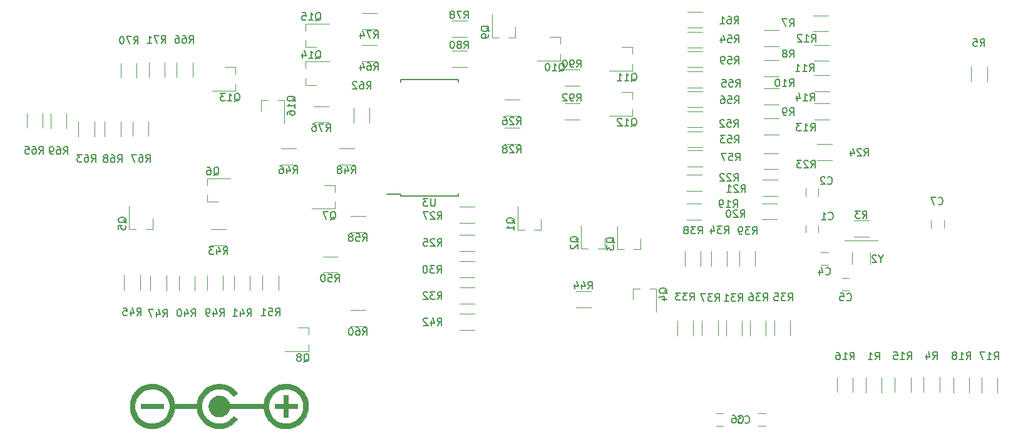
<source format=gbo>
G04 #@! TF.FileFunction,Legend,Bot*
%FSLAX46Y46*%
G04 Gerber Fmt 4.6, Leading zero omitted, Abs format (unit mm)*
G04 Created by KiCad (PCBNEW 4.0.6) date Monday, March 05, 2018 'AMt' 11:52:21 AM*
%MOMM*%
%LPD*%
G01*
G04 APERTURE LIST*
%ADD10C,0.100000*%
%ADD11C,0.120000*%
%ADD12C,0.150000*%
%ADD13C,0.010000*%
G04 APERTURE END LIST*
D10*
D11*
X155171800Y-77606400D02*
X155171800Y-75606400D01*
X153031800Y-75606400D02*
X153031800Y-77606400D01*
X151400000Y-56543600D02*
X153400000Y-56543600D01*
X153400000Y-54403600D02*
X151400000Y-54403600D01*
X162969600Y-77555600D02*
X162969600Y-75555600D01*
X160829600Y-75555600D02*
X160829600Y-77555600D01*
X169421200Y-35569400D02*
X169421200Y-33569400D01*
X167281200Y-33569400D02*
X167281200Y-35569400D01*
X145939000Y-28819500D02*
X147939000Y-28819500D01*
X147939000Y-26679500D02*
X145939000Y-26679500D01*
X146002500Y-32756500D02*
X148002500Y-32756500D01*
X148002500Y-30616500D02*
X146002500Y-30616500D01*
X146066000Y-40694000D02*
X148066000Y-40694000D01*
X148066000Y-38554000D02*
X146066000Y-38554000D01*
X146066000Y-36884000D02*
X148066000Y-36884000D01*
X148066000Y-34744000D02*
X146066000Y-34744000D01*
X139208000Y-34852000D02*
X141208000Y-34852000D01*
X141208000Y-32712000D02*
X139208000Y-32712000D01*
X139208000Y-30788000D02*
X141208000Y-30788000D01*
X141208000Y-28648000D02*
X139208000Y-28648000D01*
X139208000Y-42726000D02*
X141208000Y-42726000D01*
X141208000Y-40586000D02*
X139208000Y-40586000D01*
X139208000Y-38662000D02*
X141208000Y-38662000D01*
X141208000Y-36522000D02*
X139208000Y-36522000D01*
X159083400Y-77581000D02*
X159083400Y-75581000D01*
X156943400Y-75581000D02*
X156943400Y-77581000D01*
X151260200Y-77581000D02*
X151260200Y-75581000D01*
X149120200Y-75581000D02*
X149120200Y-77581000D01*
X170818200Y-77606400D02*
X170818200Y-75606400D01*
X168678200Y-75606400D02*
X168678200Y-77606400D01*
X166982800Y-77606400D02*
X166982800Y-75606400D01*
X164842800Y-75606400D02*
X164842800Y-77606400D01*
X130768600Y-52117600D02*
X128768600Y-52117600D01*
X128768600Y-54257600D02*
X130768600Y-54257600D01*
X140979400Y-52066800D02*
X138979400Y-52066800D01*
X138979400Y-54206800D02*
X140979400Y-54206800D01*
X141081000Y-48891800D02*
X139081000Y-48891800D01*
X139081000Y-51031800D02*
X141081000Y-51031800D01*
X130794000Y-48206000D02*
X128794000Y-48206000D01*
X128794000Y-50346000D02*
X130794000Y-50346000D01*
X141182600Y-45310400D02*
X139182600Y-45310400D01*
X139182600Y-47450400D02*
X141182600Y-47450400D01*
X148421600Y-44065800D02*
X146421600Y-44065800D01*
X146421600Y-46205800D02*
X148421600Y-46205800D01*
X98060000Y-58474000D02*
X100060000Y-58474000D01*
X100060000Y-56334000D02*
X98060000Y-56334000D01*
X106156000Y-38046000D02*
X104156000Y-38046000D01*
X104156000Y-40186000D02*
X106156000Y-40186000D01*
X98060000Y-54664000D02*
X100060000Y-54664000D01*
X100060000Y-52524000D02*
X98060000Y-52524000D01*
X106156000Y-41856000D02*
X104156000Y-41856000D01*
X104156000Y-43996000D02*
X106156000Y-43996000D01*
X98060000Y-62030000D02*
X100060000Y-62030000D01*
X100060000Y-59890000D02*
X98060000Y-59890000D01*
X98060000Y-65586000D02*
X100060000Y-65586000D01*
X100060000Y-63446000D02*
X98060000Y-63446000D01*
X98060000Y-69142000D02*
X100060000Y-69142000D01*
X100060000Y-67002000D02*
X98060000Y-67002000D01*
X113808000Y-66094000D02*
X115808000Y-66094000D01*
X115808000Y-63954000D02*
X113808000Y-63954000D01*
X75930000Y-44650000D02*
X73930000Y-44650000D01*
X73930000Y-46790000D02*
X75930000Y-46790000D01*
X83804000Y-44650000D02*
X81804000Y-44650000D01*
X81804000Y-46790000D02*
X83804000Y-46790000D01*
X85328000Y-53794000D02*
X83328000Y-53794000D01*
X83328000Y-55934000D02*
X85328000Y-55934000D01*
X85328000Y-66494000D02*
X83328000Y-66494000D01*
X83328000Y-68634000D02*
X85328000Y-68634000D01*
X85906000Y-41132000D02*
X85906000Y-39132000D01*
X83766000Y-39132000D02*
X83766000Y-41132000D01*
X86852000Y-30680000D02*
X84852000Y-30680000D01*
X84852000Y-32820000D02*
X86852000Y-32820000D01*
X86852000Y-26362000D02*
X84852000Y-26362000D01*
X84852000Y-28502000D02*
X86852000Y-28502000D01*
X80375000Y-38935000D02*
X78375000Y-38935000D01*
X78375000Y-41075000D02*
X80375000Y-41075000D01*
X97044000Y-29518000D02*
X99044000Y-29518000D01*
X99044000Y-27378000D02*
X97044000Y-27378000D01*
X97044000Y-33582000D02*
X99044000Y-33582000D01*
X99044000Y-31442000D02*
X97044000Y-31442000D01*
X112284000Y-36122000D02*
X114284000Y-36122000D01*
X114284000Y-33982000D02*
X112284000Y-33982000D01*
X112284000Y-40694000D02*
X114284000Y-40694000D01*
X114284000Y-38554000D02*
X112284000Y-38554000D01*
D12*
X90105000Y-51055000D02*
X90105000Y-50780000D01*
X97855000Y-51055000D02*
X97855000Y-50690000D01*
X97855000Y-35305000D02*
X97855000Y-35670000D01*
X90105000Y-35305000D02*
X90105000Y-35670000D01*
X90105000Y-51055000D02*
X97855000Y-51055000D01*
X90105000Y-35305000D02*
X97855000Y-35305000D01*
X90105000Y-50780000D02*
X88280000Y-50780000D01*
D11*
X151174600Y-58712200D02*
X151174600Y-60312200D01*
X153574600Y-58712200D02*
X153574600Y-60312200D01*
X150099600Y-57062200D02*
X154649600Y-57062200D01*
X134108800Y-67935600D02*
X134108800Y-69935600D01*
X136248800Y-69935600D02*
X136248800Y-67935600D01*
X127504800Y-67910200D02*
X127504800Y-69910200D01*
X129644800Y-69910200D02*
X129644800Y-67910200D01*
X132102200Y-58512200D02*
X132102200Y-60512200D01*
X134242200Y-60512200D02*
X134242200Y-58512200D01*
X140662000Y-67884800D02*
X140662000Y-69884800D01*
X142802000Y-69884800D02*
X142802000Y-67884800D01*
X137360000Y-67935600D02*
X137360000Y-69935600D01*
X139500000Y-69935600D02*
X139500000Y-67935600D01*
X130857600Y-67884800D02*
X130857600Y-69884800D01*
X132997600Y-69884800D02*
X132997600Y-67884800D01*
X128546200Y-58537600D02*
X128546200Y-60537600D01*
X130686200Y-60537600D02*
X130686200Y-58537600D01*
X135912200Y-58512200D02*
X135912200Y-60512200D01*
X138052200Y-60512200D02*
X138052200Y-58512200D01*
X60144000Y-61865000D02*
X60144000Y-63865000D01*
X62284000Y-63865000D02*
X62284000Y-61865000D01*
X67573500Y-61801500D02*
X67573500Y-63801500D01*
X69713500Y-63801500D02*
X69713500Y-61801500D01*
X66468500Y-55572000D02*
X64468500Y-55572000D01*
X64468500Y-57712000D02*
X66468500Y-57712000D01*
X52714500Y-61738000D02*
X52714500Y-63738000D01*
X54854500Y-63738000D02*
X54854500Y-61738000D01*
X56283200Y-61839600D02*
X56283200Y-63839600D01*
X58423200Y-63839600D02*
X58423200Y-61839600D01*
X63954000Y-61801500D02*
X63954000Y-63801500D01*
X66094000Y-63801500D02*
X66094000Y-61801500D01*
X81568800Y-59280400D02*
X79568800Y-59280400D01*
X79568800Y-61420400D02*
X81568800Y-61420400D01*
X73561600Y-63788800D02*
X73561600Y-61788800D01*
X71421600Y-61788800D02*
X71421600Y-63788800D01*
X130921000Y-39633500D02*
X128921000Y-39633500D01*
X128921000Y-41773500D02*
X130921000Y-41773500D01*
X130921000Y-42300500D02*
X128921000Y-42300500D01*
X128921000Y-44440500D02*
X130921000Y-44440500D01*
X130921000Y-28838500D02*
X128921000Y-28838500D01*
X128921000Y-30978500D02*
X130921000Y-30978500D01*
X130921000Y-34236000D02*
X128921000Y-34236000D01*
X128921000Y-36376000D02*
X130921000Y-36376000D01*
X130921000Y-36903000D02*
X128921000Y-36903000D01*
X128921000Y-39043000D02*
X130921000Y-39043000D01*
X130921000Y-44904000D02*
X128921000Y-44904000D01*
X128921000Y-47044000D02*
X130921000Y-47044000D01*
X130921000Y-31505500D02*
X128921000Y-31505500D01*
X128921000Y-33645500D02*
X130921000Y-33645500D01*
X130921000Y-26171500D02*
X128921000Y-26171500D01*
X128921000Y-28311500D02*
X130921000Y-28311500D01*
X46529600Y-41011600D02*
X46529600Y-43011600D01*
X48669600Y-43011600D02*
X48669600Y-41011600D01*
X39534440Y-39858440D02*
X39534440Y-41858440D01*
X41674440Y-41858440D02*
X41674440Y-39858440D01*
X61979200Y-34985200D02*
X61979200Y-32985200D01*
X59839200Y-32985200D02*
X59839200Y-34985200D01*
X53844800Y-40960800D02*
X53844800Y-42960800D01*
X55984800Y-42960800D02*
X55984800Y-40960800D01*
X50085600Y-41011600D02*
X50085600Y-43011600D01*
X52225600Y-43011600D02*
X52225600Y-41011600D01*
X42793260Y-39909240D02*
X42793260Y-41909240D01*
X44933260Y-41909240D02*
X44933260Y-39909240D01*
X54410000Y-35086800D02*
X54410000Y-33086800D01*
X52270000Y-33086800D02*
X52270000Y-35086800D01*
X58220000Y-34985200D02*
X58220000Y-32985200D01*
X56080000Y-32985200D02*
X56080000Y-34985200D01*
X146595200Y-54999000D02*
X146595200Y-55999000D01*
X144895200Y-55999000D02*
X144895200Y-54999000D01*
X144895200Y-51071400D02*
X144895200Y-50071400D01*
X146595200Y-50071400D02*
X146595200Y-51071400D01*
X132753480Y-80460480D02*
X133753480Y-80460480D01*
X133753480Y-82160480D02*
X132753480Y-82160480D01*
X147921600Y-60362200D02*
X146921600Y-60362200D01*
X146921600Y-58662200D02*
X147921600Y-58662200D01*
X150766400Y-63867400D02*
X149766400Y-63867400D01*
X149766400Y-62167400D02*
X150766400Y-62167400D01*
X139488800Y-82140160D02*
X138488800Y-82140160D01*
X138488800Y-80440160D02*
X139488800Y-80440160D01*
X163562400Y-54338600D02*
X163562400Y-55338600D01*
X161862400Y-55338600D02*
X161862400Y-54338600D01*
X109072800Y-55624000D02*
X108142800Y-55624000D01*
X105912800Y-55624000D02*
X106842800Y-55624000D01*
X105912800Y-55624000D02*
X105912800Y-52464000D01*
X109072800Y-55624000D02*
X109072800Y-54164000D01*
X117683400Y-58164000D02*
X116753400Y-58164000D01*
X114523400Y-58164000D02*
X115453400Y-58164000D01*
X114523400Y-58164000D02*
X114523400Y-55004000D01*
X117683400Y-58164000D02*
X117683400Y-56704000D01*
X122560200Y-58265600D02*
X121630200Y-58265600D01*
X119400200Y-58265600D02*
X120330200Y-58265600D01*
X119400200Y-58265600D02*
X119400200Y-55105600D01*
X122560200Y-58265600D02*
X122560200Y-56805600D01*
X121533800Y-63578200D02*
X122463800Y-63578200D01*
X124693800Y-63578200D02*
X123763800Y-63578200D01*
X124693800Y-63578200D02*
X124693800Y-66738200D01*
X121533800Y-63578200D02*
X121533800Y-65038200D01*
X56545600Y-55547800D02*
X55615600Y-55547800D01*
X53385600Y-55547800D02*
X54315600Y-55547800D01*
X53385600Y-55547800D02*
X53385600Y-52387800D01*
X56545600Y-55547800D02*
X56545600Y-54087800D01*
X63933800Y-51821200D02*
X63933800Y-50891200D01*
X63933800Y-48661200D02*
X63933800Y-49591200D01*
X63933800Y-48661200D02*
X67093800Y-48661200D01*
X63933800Y-51821200D02*
X65393800Y-51821200D01*
X81252600Y-49626400D02*
X81252600Y-50556400D01*
X81252600Y-52786400D02*
X81252600Y-51856400D01*
X81252600Y-52786400D02*
X78092600Y-52786400D01*
X81252600Y-49626400D02*
X79792600Y-49626400D01*
X77645800Y-68879600D02*
X77645800Y-69809600D01*
X77645800Y-72039600D02*
X77645800Y-71109600D01*
X77645800Y-72039600D02*
X74485800Y-72039600D01*
X77645800Y-68879600D02*
X76185800Y-68879600D01*
X105618400Y-29665200D02*
X104688400Y-29665200D01*
X102458400Y-29665200D02*
X103388400Y-29665200D01*
X102458400Y-29665200D02*
X102458400Y-26505200D01*
X105618400Y-29665200D02*
X105618400Y-28205200D01*
X111707200Y-29573100D02*
X111707200Y-30503100D01*
X111707200Y-32733100D02*
X111707200Y-31803100D01*
X111707200Y-32733100D02*
X108547200Y-32733100D01*
X111707200Y-29573100D02*
X110247200Y-29573100D01*
X121473500Y-30932000D02*
X121473500Y-31862000D01*
X121473500Y-34092000D02*
X121473500Y-33162000D01*
X121473500Y-34092000D02*
X118313500Y-34092000D01*
X121473500Y-30932000D02*
X120013500Y-30932000D01*
X121476040Y-37022920D02*
X121476040Y-37952920D01*
X121476040Y-40182920D02*
X121476040Y-39252920D01*
X121476040Y-40182920D02*
X118316040Y-40182920D01*
X121476040Y-37022920D02*
X120016040Y-37022920D01*
X67790600Y-33654880D02*
X67790600Y-34584880D01*
X67790600Y-36814880D02*
X67790600Y-35884880D01*
X67790600Y-36814880D02*
X64630600Y-36814880D01*
X67790600Y-33654880D02*
X66330600Y-33654880D01*
X77253560Y-36042720D02*
X77253560Y-35112720D01*
X77253560Y-32882720D02*
X77253560Y-33812720D01*
X77253560Y-32882720D02*
X80413560Y-32882720D01*
X77253560Y-36042720D02*
X78713560Y-36042720D01*
X77253560Y-30901760D02*
X77253560Y-29971760D01*
X77253560Y-27741760D02*
X77253560Y-28671760D01*
X77253560Y-27741760D02*
X80413560Y-27741760D01*
X77253560Y-30901760D02*
X78713560Y-30901760D01*
X71241800Y-38086760D02*
X72171800Y-38086760D01*
X74401800Y-38086760D02*
X73471800Y-38086760D01*
X74401800Y-38086760D02*
X74401800Y-41246760D01*
X71241800Y-38086760D02*
X71241800Y-39546760D01*
D13*
G36*
X65826416Y-82477728D02*
X66089585Y-82441617D01*
X66349282Y-82381690D01*
X66554388Y-82316065D01*
X66810307Y-82210275D01*
X67054580Y-82082506D01*
X67285998Y-81933661D01*
X67503349Y-81764642D01*
X67705426Y-81576351D01*
X67891018Y-81369691D01*
X67985638Y-81248512D01*
X68019092Y-81203444D01*
X67758684Y-81022176D01*
X67686968Y-80972646D01*
X67621645Y-80928275D01*
X67565658Y-80891002D01*
X67521950Y-80862767D01*
X67493464Y-80845508D01*
X67483562Y-80840907D01*
X67469061Y-80850299D01*
X67445283Y-80874903D01*
X67417835Y-80908800D01*
X67274954Y-81078784D01*
X67112406Y-81236021D01*
X66933196Y-81378642D01*
X66740331Y-81504782D01*
X66536815Y-81612571D01*
X66325656Y-81700143D01*
X66109858Y-81765630D01*
X65999863Y-81789756D01*
X65759197Y-81823237D01*
X65519158Y-81832383D01*
X65281455Y-81817711D01*
X65047797Y-81779739D01*
X64819890Y-81718982D01*
X64599443Y-81635958D01*
X64388166Y-81531184D01*
X64187765Y-81405176D01*
X63999949Y-81258452D01*
X63882223Y-81149032D01*
X63716454Y-80966976D01*
X63572765Y-80772929D01*
X63451111Y-80566798D01*
X63351446Y-80348492D01*
X63273722Y-80117920D01*
X63217894Y-79874990D01*
X63207947Y-79816101D01*
X63196601Y-79719221D01*
X63189674Y-79605817D01*
X63187169Y-79483964D01*
X63189090Y-79361738D01*
X63195438Y-79247216D01*
X63206217Y-79148474D01*
X63207691Y-79138811D01*
X63258065Y-78896107D01*
X63330601Y-78663293D01*
X63424493Y-78441644D01*
X63538936Y-78232436D01*
X63673125Y-78036942D01*
X63826255Y-77856439D01*
X63997522Y-77692201D01*
X64186119Y-77545504D01*
X64234438Y-77512674D01*
X64444185Y-77388575D01*
X64662606Y-77287334D01*
X64888009Y-77209183D01*
X65118700Y-77154353D01*
X65352989Y-77123077D01*
X65589183Y-77115585D01*
X65825591Y-77132110D01*
X66060521Y-77172883D01*
X66276963Y-77233019D01*
X66504699Y-77321212D01*
X66720612Y-77431154D01*
X66923315Y-77561883D01*
X67111423Y-77712439D01*
X67283549Y-77881859D01*
X67387099Y-78002764D01*
X67480500Y-78119571D01*
X67539276Y-78077542D01*
X67568286Y-78057025D01*
X67613550Y-78025292D01*
X67670639Y-77985434D01*
X67735125Y-77940542D01*
X67802383Y-77893846D01*
X67864940Y-77850099D01*
X67919755Y-77811048D01*
X67963701Y-77778982D01*
X67993647Y-77756190D01*
X68006463Y-77744960D01*
X68006715Y-77744398D01*
X67998684Y-77727343D01*
X67976481Y-77695184D01*
X67942942Y-77651341D01*
X67900904Y-77599236D01*
X67853203Y-77542289D01*
X67802674Y-77483923D01*
X67752155Y-77427557D01*
X67704480Y-77376612D01*
X67686608Y-77358281D01*
X67482762Y-77169579D01*
X67266283Y-77002367D01*
X67038136Y-76857050D01*
X66799286Y-76734030D01*
X66550699Y-76633711D01*
X66293341Y-76556499D01*
X66028176Y-76502796D01*
X65756171Y-76473006D01*
X65554735Y-76466591D01*
X65298461Y-76475477D01*
X65056007Y-76502675D01*
X64822906Y-76549234D01*
X64594692Y-76616199D01*
X64366901Y-76704617D01*
X64193626Y-76785651D01*
X63955087Y-76918812D01*
X63730912Y-77072222D01*
X63522256Y-77244733D01*
X63330277Y-77435197D01*
X63156133Y-77642467D01*
X63000980Y-77865394D01*
X62866025Y-78102732D01*
X62752933Y-78349651D01*
X62663955Y-78600206D01*
X62598064Y-78857533D01*
X62571867Y-78999493D01*
X62543668Y-79174918D01*
X59500230Y-79168530D01*
X59490728Y-79080511D01*
X59457814Y-78867409D01*
X59405333Y-78647558D01*
X59335404Y-78426943D01*
X59250146Y-78211551D01*
X59151678Y-78007366D01*
X59047920Y-77829372D01*
X58950209Y-77688080D01*
X58838351Y-77545231D01*
X58717372Y-77406445D01*
X58592299Y-77277342D01*
X58468159Y-77163544D01*
X58408928Y-77114863D01*
X58183589Y-76952830D01*
X57948496Y-76813974D01*
X57703695Y-76698311D01*
X57449231Y-76605856D01*
X57185150Y-76536627D01*
X56911496Y-76490639D01*
X56628316Y-76467908D01*
X56570428Y-76466151D01*
X56493613Y-76464785D01*
X56422027Y-76464135D01*
X56360901Y-76464202D01*
X56315461Y-76464985D01*
X56293794Y-76466141D01*
X56123322Y-76485287D01*
X55971645Y-76507280D01*
X55832463Y-76533373D01*
X55699473Y-76564817D01*
X55566373Y-76602864D01*
X55501616Y-76623505D01*
X55251157Y-76718678D01*
X55012883Y-76835259D01*
X54787840Y-76972109D01*
X54577073Y-77128088D01*
X54381627Y-77302059D01*
X54202548Y-77492882D01*
X54040883Y-77699417D01*
X53897675Y-77920527D01*
X53773972Y-78155071D01*
X53670818Y-78401911D01*
X53589259Y-78659908D01*
X53572659Y-78724817D01*
X53546764Y-78836021D01*
X53526684Y-78935823D01*
X53511752Y-79030305D01*
X53501300Y-79125548D01*
X53494661Y-79227634D01*
X53491167Y-79342642D01*
X53490152Y-79476600D01*
X53490199Y-79482887D01*
X54149883Y-79482887D01*
X54161571Y-79233104D01*
X54196413Y-78991030D01*
X54254072Y-78757701D01*
X54334215Y-78534156D01*
X54436507Y-78321429D01*
X54560611Y-78120560D01*
X54613598Y-78047319D01*
X54765744Y-77866251D01*
X54934864Y-77702959D01*
X55119288Y-77558339D01*
X55317348Y-77433287D01*
X55527377Y-77328699D01*
X55747705Y-77245471D01*
X55976665Y-77184498D01*
X56212589Y-77146676D01*
X56306368Y-77138377D01*
X56365167Y-77134352D01*
X56416551Y-77130831D01*
X56454160Y-77128252D01*
X56469834Y-77127173D01*
X56491179Y-77127416D01*
X56532211Y-77129289D01*
X56587543Y-77132501D01*
X56651786Y-77136759D01*
X56670319Y-77138076D01*
X56914780Y-77167584D01*
X57149552Y-77219514D01*
X57373590Y-77292817D01*
X57585846Y-77386448D01*
X57785274Y-77499359D01*
X57970828Y-77630504D01*
X58141460Y-77778835D01*
X58296125Y-77943306D01*
X58433776Y-78122870D01*
X58553366Y-78316480D01*
X58653849Y-78523089D01*
X58734179Y-78741651D01*
X58793309Y-78971118D01*
X58830191Y-79210443D01*
X58838361Y-79306847D01*
X58843031Y-79555880D01*
X58824543Y-79798666D01*
X58783589Y-80033960D01*
X58720860Y-80260516D01*
X58637047Y-80477088D01*
X58532842Y-80682431D01*
X58408936Y-80875300D01*
X58266020Y-81054448D01*
X58104786Y-81218631D01*
X57925924Y-81366604D01*
X57730127Y-81497119D01*
X57576106Y-81581051D01*
X57357243Y-81676053D01*
X57129874Y-81748333D01*
X56896305Y-81797874D01*
X56658837Y-81824662D01*
X56419775Y-81828681D01*
X56181424Y-81809915D01*
X55946086Y-81768348D01*
X55716065Y-81703966D01*
X55493666Y-81616752D01*
X55447889Y-81595412D01*
X55238277Y-81481352D01*
X55044691Y-81348549D01*
X54867899Y-81198252D01*
X54708665Y-81031708D01*
X54567758Y-80850164D01*
X54445944Y-80654869D01*
X54343989Y-80447070D01*
X54262659Y-80228013D01*
X54202722Y-79998948D01*
X54164944Y-79761121D01*
X54150090Y-79515779D01*
X54149883Y-79482887D01*
X53490199Y-79482887D01*
X53491169Y-79610435D01*
X53494651Y-79725314D01*
X53501241Y-79827363D01*
X53511581Y-79922706D01*
X53526315Y-80017469D01*
X53546085Y-80117780D01*
X53567381Y-80212194D01*
X53641509Y-80474090D01*
X53737576Y-80724729D01*
X53854545Y-80963089D01*
X53991383Y-81188148D01*
X54147055Y-81398881D01*
X54320528Y-81594267D01*
X54510765Y-81773284D01*
X54716735Y-81934907D01*
X54937400Y-82078116D01*
X55171728Y-82201887D01*
X55418684Y-82305197D01*
X55677234Y-82387024D01*
X55797111Y-82416570D01*
X55900432Y-82438904D01*
X55991879Y-82456190D01*
X56077409Y-82469025D01*
X56162980Y-82478007D01*
X56254552Y-82483732D01*
X56358082Y-82486800D01*
X56479528Y-82487806D01*
X56507556Y-82487812D01*
X56642246Y-82486591D01*
X56758133Y-82482737D01*
X56861487Y-82475585D01*
X56958575Y-82464476D01*
X57055667Y-82448748D01*
X57159031Y-82427738D01*
X57229815Y-82411581D01*
X57475337Y-82342042D01*
X57717125Y-82250694D01*
X57950754Y-82139626D01*
X58171798Y-82010931D01*
X58364153Y-81875749D01*
X58455654Y-81800814D01*
X58554130Y-81712514D01*
X58653062Y-81617192D01*
X58745927Y-81521195D01*
X58826204Y-81430870D01*
X58846113Y-81406748D01*
X58997237Y-81201336D01*
X59131551Y-80980729D01*
X59247529Y-80748446D01*
X59343644Y-80508008D01*
X59418371Y-80262935D01*
X59470184Y-80016746D01*
X59481211Y-79941847D01*
X59488409Y-79889154D01*
X59495110Y-79843237D01*
X59500148Y-79811997D01*
X59501160Y-79806674D01*
X59506996Y-79778382D01*
X62549487Y-79778382D01*
X62549487Y-79808189D01*
X62552132Y-79840660D01*
X62559377Y-79892055D01*
X62570184Y-79956787D01*
X62583519Y-80029271D01*
X62598345Y-80103922D01*
X62613626Y-80175153D01*
X62628325Y-80237379D01*
X62631150Y-80248429D01*
X62708473Y-80496875D01*
X62809147Y-80739297D01*
X62931675Y-80973542D01*
X63074559Y-81197461D01*
X63236303Y-81408903D01*
X63415408Y-81605717D01*
X63610379Y-81785752D01*
X63807611Y-81938353D01*
X64035095Y-82084038D01*
X64273209Y-82207848D01*
X64520190Y-82309538D01*
X64774277Y-82388868D01*
X65033705Y-82445594D01*
X65296713Y-82479475D01*
X65561538Y-82490267D01*
X65826416Y-82477728D01*
X65826416Y-82477728D01*
G37*
X65826416Y-82477728D02*
X66089585Y-82441617D01*
X66349282Y-82381690D01*
X66554388Y-82316065D01*
X66810307Y-82210275D01*
X67054580Y-82082506D01*
X67285998Y-81933661D01*
X67503349Y-81764642D01*
X67705426Y-81576351D01*
X67891018Y-81369691D01*
X67985638Y-81248512D01*
X68019092Y-81203444D01*
X67758684Y-81022176D01*
X67686968Y-80972646D01*
X67621645Y-80928275D01*
X67565658Y-80891002D01*
X67521950Y-80862767D01*
X67493464Y-80845508D01*
X67483562Y-80840907D01*
X67469061Y-80850299D01*
X67445283Y-80874903D01*
X67417835Y-80908800D01*
X67274954Y-81078784D01*
X67112406Y-81236021D01*
X66933196Y-81378642D01*
X66740331Y-81504782D01*
X66536815Y-81612571D01*
X66325656Y-81700143D01*
X66109858Y-81765630D01*
X65999863Y-81789756D01*
X65759197Y-81823237D01*
X65519158Y-81832383D01*
X65281455Y-81817711D01*
X65047797Y-81779739D01*
X64819890Y-81718982D01*
X64599443Y-81635958D01*
X64388166Y-81531184D01*
X64187765Y-81405176D01*
X63999949Y-81258452D01*
X63882223Y-81149032D01*
X63716454Y-80966976D01*
X63572765Y-80772929D01*
X63451111Y-80566798D01*
X63351446Y-80348492D01*
X63273722Y-80117920D01*
X63217894Y-79874990D01*
X63207947Y-79816101D01*
X63196601Y-79719221D01*
X63189674Y-79605817D01*
X63187169Y-79483964D01*
X63189090Y-79361738D01*
X63195438Y-79247216D01*
X63206217Y-79148474D01*
X63207691Y-79138811D01*
X63258065Y-78896107D01*
X63330601Y-78663293D01*
X63424493Y-78441644D01*
X63538936Y-78232436D01*
X63673125Y-78036942D01*
X63826255Y-77856439D01*
X63997522Y-77692201D01*
X64186119Y-77545504D01*
X64234438Y-77512674D01*
X64444185Y-77388575D01*
X64662606Y-77287334D01*
X64888009Y-77209183D01*
X65118700Y-77154353D01*
X65352989Y-77123077D01*
X65589183Y-77115585D01*
X65825591Y-77132110D01*
X66060521Y-77172883D01*
X66276963Y-77233019D01*
X66504699Y-77321212D01*
X66720612Y-77431154D01*
X66923315Y-77561883D01*
X67111423Y-77712439D01*
X67283549Y-77881859D01*
X67387099Y-78002764D01*
X67480500Y-78119571D01*
X67539276Y-78077542D01*
X67568286Y-78057025D01*
X67613550Y-78025292D01*
X67670639Y-77985434D01*
X67735125Y-77940542D01*
X67802383Y-77893846D01*
X67864940Y-77850099D01*
X67919755Y-77811048D01*
X67963701Y-77778982D01*
X67993647Y-77756190D01*
X68006463Y-77744960D01*
X68006715Y-77744398D01*
X67998684Y-77727343D01*
X67976481Y-77695184D01*
X67942942Y-77651341D01*
X67900904Y-77599236D01*
X67853203Y-77542289D01*
X67802674Y-77483923D01*
X67752155Y-77427557D01*
X67704480Y-77376612D01*
X67686608Y-77358281D01*
X67482762Y-77169579D01*
X67266283Y-77002367D01*
X67038136Y-76857050D01*
X66799286Y-76734030D01*
X66550699Y-76633711D01*
X66293341Y-76556499D01*
X66028176Y-76502796D01*
X65756171Y-76473006D01*
X65554735Y-76466591D01*
X65298461Y-76475477D01*
X65056007Y-76502675D01*
X64822906Y-76549234D01*
X64594692Y-76616199D01*
X64366901Y-76704617D01*
X64193626Y-76785651D01*
X63955087Y-76918812D01*
X63730912Y-77072222D01*
X63522256Y-77244733D01*
X63330277Y-77435197D01*
X63156133Y-77642467D01*
X63000980Y-77865394D01*
X62866025Y-78102732D01*
X62752933Y-78349651D01*
X62663955Y-78600206D01*
X62598064Y-78857533D01*
X62571867Y-78999493D01*
X62543668Y-79174918D01*
X59500230Y-79168530D01*
X59490728Y-79080511D01*
X59457814Y-78867409D01*
X59405333Y-78647558D01*
X59335404Y-78426943D01*
X59250146Y-78211551D01*
X59151678Y-78007366D01*
X59047920Y-77829372D01*
X58950209Y-77688080D01*
X58838351Y-77545231D01*
X58717372Y-77406445D01*
X58592299Y-77277342D01*
X58468159Y-77163544D01*
X58408928Y-77114863D01*
X58183589Y-76952830D01*
X57948496Y-76813974D01*
X57703695Y-76698311D01*
X57449231Y-76605856D01*
X57185150Y-76536627D01*
X56911496Y-76490639D01*
X56628316Y-76467908D01*
X56570428Y-76466151D01*
X56493613Y-76464785D01*
X56422027Y-76464135D01*
X56360901Y-76464202D01*
X56315461Y-76464985D01*
X56293794Y-76466141D01*
X56123322Y-76485287D01*
X55971645Y-76507280D01*
X55832463Y-76533373D01*
X55699473Y-76564817D01*
X55566373Y-76602864D01*
X55501616Y-76623505D01*
X55251157Y-76718678D01*
X55012883Y-76835259D01*
X54787840Y-76972109D01*
X54577073Y-77128088D01*
X54381627Y-77302059D01*
X54202548Y-77492882D01*
X54040883Y-77699417D01*
X53897675Y-77920527D01*
X53773972Y-78155071D01*
X53670818Y-78401911D01*
X53589259Y-78659908D01*
X53572659Y-78724817D01*
X53546764Y-78836021D01*
X53526684Y-78935823D01*
X53511752Y-79030305D01*
X53501300Y-79125548D01*
X53494661Y-79227634D01*
X53491167Y-79342642D01*
X53490152Y-79476600D01*
X53490199Y-79482887D01*
X54149883Y-79482887D01*
X54161571Y-79233104D01*
X54196413Y-78991030D01*
X54254072Y-78757701D01*
X54334215Y-78534156D01*
X54436507Y-78321429D01*
X54560611Y-78120560D01*
X54613598Y-78047319D01*
X54765744Y-77866251D01*
X54934864Y-77702959D01*
X55119288Y-77558339D01*
X55317348Y-77433287D01*
X55527377Y-77328699D01*
X55747705Y-77245471D01*
X55976665Y-77184498D01*
X56212589Y-77146676D01*
X56306368Y-77138377D01*
X56365167Y-77134352D01*
X56416551Y-77130831D01*
X56454160Y-77128252D01*
X56469834Y-77127173D01*
X56491179Y-77127416D01*
X56532211Y-77129289D01*
X56587543Y-77132501D01*
X56651786Y-77136759D01*
X56670319Y-77138076D01*
X56914780Y-77167584D01*
X57149552Y-77219514D01*
X57373590Y-77292817D01*
X57585846Y-77386448D01*
X57785274Y-77499359D01*
X57970828Y-77630504D01*
X58141460Y-77778835D01*
X58296125Y-77943306D01*
X58433776Y-78122870D01*
X58553366Y-78316480D01*
X58653849Y-78523089D01*
X58734179Y-78741651D01*
X58793309Y-78971118D01*
X58830191Y-79210443D01*
X58838361Y-79306847D01*
X58843031Y-79555880D01*
X58824543Y-79798666D01*
X58783589Y-80033960D01*
X58720860Y-80260516D01*
X58637047Y-80477088D01*
X58532842Y-80682431D01*
X58408936Y-80875300D01*
X58266020Y-81054448D01*
X58104786Y-81218631D01*
X57925924Y-81366604D01*
X57730127Y-81497119D01*
X57576106Y-81581051D01*
X57357243Y-81676053D01*
X57129874Y-81748333D01*
X56896305Y-81797874D01*
X56658837Y-81824662D01*
X56419775Y-81828681D01*
X56181424Y-81809915D01*
X55946086Y-81768348D01*
X55716065Y-81703966D01*
X55493666Y-81616752D01*
X55447889Y-81595412D01*
X55238277Y-81481352D01*
X55044691Y-81348549D01*
X54867899Y-81198252D01*
X54708665Y-81031708D01*
X54567758Y-80850164D01*
X54445944Y-80654869D01*
X54343989Y-80447070D01*
X54262659Y-80228013D01*
X54202722Y-79998948D01*
X54164944Y-79761121D01*
X54150090Y-79515779D01*
X54149883Y-79482887D01*
X53490199Y-79482887D01*
X53491169Y-79610435D01*
X53494651Y-79725314D01*
X53501241Y-79827363D01*
X53511581Y-79922706D01*
X53526315Y-80017469D01*
X53546085Y-80117780D01*
X53567381Y-80212194D01*
X53641509Y-80474090D01*
X53737576Y-80724729D01*
X53854545Y-80963089D01*
X53991383Y-81188148D01*
X54147055Y-81398881D01*
X54320528Y-81594267D01*
X54510765Y-81773284D01*
X54716735Y-81934907D01*
X54937400Y-82078116D01*
X55171728Y-82201887D01*
X55418684Y-82305197D01*
X55677234Y-82387024D01*
X55797111Y-82416570D01*
X55900432Y-82438904D01*
X55991879Y-82456190D01*
X56077409Y-82469025D01*
X56162980Y-82478007D01*
X56254552Y-82483732D01*
X56358082Y-82486800D01*
X56479528Y-82487806D01*
X56507556Y-82487812D01*
X56642246Y-82486591D01*
X56758133Y-82482737D01*
X56861487Y-82475585D01*
X56958575Y-82464476D01*
X57055667Y-82448748D01*
X57159031Y-82427738D01*
X57229815Y-82411581D01*
X57475337Y-82342042D01*
X57717125Y-82250694D01*
X57950754Y-82139626D01*
X58171798Y-82010931D01*
X58364153Y-81875749D01*
X58455654Y-81800814D01*
X58554130Y-81712514D01*
X58653062Y-81617192D01*
X58745927Y-81521195D01*
X58826204Y-81430870D01*
X58846113Y-81406748D01*
X58997237Y-81201336D01*
X59131551Y-80980729D01*
X59247529Y-80748446D01*
X59343644Y-80508008D01*
X59418371Y-80262935D01*
X59470184Y-80016746D01*
X59481211Y-79941847D01*
X59488409Y-79889154D01*
X59495110Y-79843237D01*
X59500148Y-79811997D01*
X59501160Y-79806674D01*
X59506996Y-79778382D01*
X62549487Y-79778382D01*
X62549487Y-79808189D01*
X62552132Y-79840660D01*
X62559377Y-79892055D01*
X62570184Y-79956787D01*
X62583519Y-80029271D01*
X62598345Y-80103922D01*
X62613626Y-80175153D01*
X62628325Y-80237379D01*
X62631150Y-80248429D01*
X62708473Y-80496875D01*
X62809147Y-80739297D01*
X62931675Y-80973542D01*
X63074559Y-81197461D01*
X63236303Y-81408903D01*
X63415408Y-81605717D01*
X63610379Y-81785752D01*
X63807611Y-81938353D01*
X64035095Y-82084038D01*
X64273209Y-82207848D01*
X64520190Y-82309538D01*
X64774277Y-82388868D01*
X65033705Y-82445594D01*
X65296713Y-82479475D01*
X65561538Y-82490267D01*
X65826416Y-82477728D01*
G36*
X74717017Y-82491248D02*
X74826184Y-82487039D01*
X74879441Y-82483061D01*
X75147622Y-82446518D01*
X75410818Y-82387208D01*
X75666781Y-82306046D01*
X75913263Y-82203946D01*
X76148015Y-82081824D01*
X76368790Y-81940593D01*
X76544636Y-81805492D01*
X76743761Y-81622950D01*
X76924203Y-81423988D01*
X77085181Y-81209846D01*
X77225915Y-80981762D01*
X77345628Y-80740977D01*
X77443540Y-80488731D01*
X77506796Y-80275051D01*
X77560558Y-80020287D01*
X77593762Y-79758475D01*
X77606317Y-79494074D01*
X77598130Y-79231543D01*
X77569110Y-78975343D01*
X77537047Y-78805289D01*
X77465252Y-78536538D01*
X77371836Y-78279427D01*
X77257429Y-78034890D01*
X77122661Y-77803865D01*
X76968162Y-77587289D01*
X76794563Y-77386099D01*
X76602492Y-77201230D01*
X76392580Y-77033620D01*
X76304026Y-76971796D01*
X76072224Y-76830929D01*
X75830235Y-76712813D01*
X75577534Y-76617245D01*
X75313594Y-76544026D01*
X75057267Y-76495766D01*
X74992826Y-76487857D01*
X74913237Y-76480597D01*
X74823838Y-76474227D01*
X74729967Y-76468986D01*
X74636964Y-76465116D01*
X74550167Y-76462855D01*
X74474915Y-76462445D01*
X74416546Y-76464126D01*
X74394438Y-76465930D01*
X74363226Y-76469367D01*
X74314713Y-76474581D01*
X74256611Y-76480746D01*
X74218398Y-76484763D01*
X73969925Y-76522811D01*
X73721107Y-76584203D01*
X73475532Y-76667446D01*
X73236789Y-76771045D01*
X73008464Y-76893504D01*
X72794145Y-77033331D01*
X72665477Y-77131659D01*
X72583423Y-77202246D01*
X72493555Y-77286015D01*
X72402669Y-77376192D01*
X72317567Y-77466005D01*
X72245045Y-77548679D01*
X72236506Y-77559025D01*
X72089707Y-77757422D01*
X71958796Y-77973345D01*
X71845032Y-78203865D01*
X71749671Y-78446053D01*
X71673973Y-78696980D01*
X71619196Y-78953718D01*
X71608577Y-79020783D01*
X71585938Y-79174818D01*
X69255239Y-79174818D01*
X68960717Y-79174787D01*
X68690434Y-79174692D01*
X68443480Y-79174525D01*
X68218946Y-79174282D01*
X68015922Y-79173955D01*
X67833499Y-79173539D01*
X67670766Y-79173027D01*
X67526815Y-79172414D01*
X67400736Y-79171693D01*
X67291619Y-79170858D01*
X67198554Y-79169903D01*
X67120633Y-79168822D01*
X67056945Y-79167608D01*
X67006581Y-79166257D01*
X66968631Y-79164760D01*
X66942186Y-79163114D01*
X66926336Y-79161310D01*
X66920171Y-79159344D01*
X66920040Y-79159100D01*
X66869333Y-79000179D01*
X66813265Y-78861722D01*
X66749353Y-78739209D01*
X66675117Y-78628122D01*
X66588075Y-78523940D01*
X66548707Y-78482775D01*
X66413432Y-78363332D01*
X66265996Y-78264385D01*
X66108693Y-78185939D01*
X65943818Y-78127996D01*
X65773666Y-78090560D01*
X65600532Y-78073634D01*
X65426710Y-78077221D01*
X65254496Y-78101325D01*
X65086183Y-78145950D01*
X64924067Y-78211097D01*
X64770443Y-78296771D01*
X64627605Y-78402975D01*
X64544713Y-78479895D01*
X64422699Y-78618339D01*
X64323885Y-78764308D01*
X64246893Y-78919993D01*
X64215546Y-79003964D01*
X64166958Y-79185527D01*
X64141733Y-79368442D01*
X64140315Y-79472256D01*
X72244240Y-79472256D01*
X72254921Y-79229010D01*
X72287359Y-78996698D01*
X72342140Y-78772677D01*
X72419854Y-78554303D01*
X72476888Y-78426649D01*
X72590276Y-78219065D01*
X72722902Y-78026822D01*
X72873437Y-77850786D01*
X73040553Y-77691825D01*
X73222921Y-77550806D01*
X73419213Y-77428598D01*
X73628100Y-77326067D01*
X73848253Y-77244080D01*
X74078345Y-77183506D01*
X74317045Y-77145212D01*
X74457309Y-77133638D01*
X74502653Y-77131074D01*
X74542264Y-77128680D01*
X74557903Y-77127650D01*
X74581796Y-77127715D01*
X74625056Y-77129453D01*
X74681977Y-77132579D01*
X74746855Y-77136808D01*
X74761246Y-77137831D01*
X75008102Y-77167503D01*
X75244975Y-77219653D01*
X75470839Y-77293391D01*
X75684669Y-77387828D01*
X75885438Y-77502072D01*
X76072122Y-77635234D01*
X76243694Y-77786424D01*
X76399130Y-77954751D01*
X76537403Y-78139326D01*
X76657488Y-78339258D01*
X76758359Y-78553658D01*
X76838991Y-78781635D01*
X76891013Y-78986204D01*
X76906938Y-79080577D01*
X76919498Y-79192904D01*
X76928413Y-79316182D01*
X76933404Y-79443405D01*
X76934191Y-79567570D01*
X76930495Y-79681673D01*
X76922496Y-79775028D01*
X76880339Y-80021173D01*
X76816010Y-80255943D01*
X76729906Y-80478685D01*
X76622426Y-80688747D01*
X76493968Y-80885474D01*
X76344929Y-81068213D01*
X76175709Y-81236312D01*
X75986705Y-81389117D01*
X75903348Y-81447354D01*
X75711030Y-81561239D01*
X75505292Y-81655415D01*
X75288734Y-81729559D01*
X75063955Y-81783345D01*
X74833556Y-81816451D01*
X74600137Y-81828552D01*
X74366297Y-81819326D01*
X74134638Y-81788447D01*
X73907758Y-81735593D01*
X73816022Y-81707263D01*
X73592600Y-81620225D01*
X73382758Y-81512614D01*
X73187443Y-81385604D01*
X73007606Y-81240369D01*
X72844194Y-81078083D01*
X72698156Y-80899919D01*
X72570441Y-80707051D01*
X72461996Y-80500653D01*
X72373772Y-80281899D01*
X72306716Y-80051963D01*
X72261777Y-79812018D01*
X72257430Y-79778712D01*
X72252692Y-79727026D01*
X72248709Y-79658014D01*
X72245817Y-79579494D01*
X72244352Y-79499284D01*
X72244240Y-79472256D01*
X64140315Y-79472256D01*
X64139245Y-79550543D01*
X64158865Y-79729664D01*
X64199964Y-79903639D01*
X64261916Y-80070304D01*
X64344092Y-80227492D01*
X64445865Y-80373037D01*
X64566605Y-80504774D01*
X64678371Y-80600247D01*
X64829442Y-80700051D01*
X64991342Y-80778489D01*
X65161537Y-80835497D01*
X65337489Y-80871012D01*
X65516662Y-80884970D01*
X65696522Y-80877308D01*
X65874532Y-80847963D01*
X66048156Y-80796872D01*
X66214858Y-80723969D01*
X66353200Y-80642139D01*
X66394724Y-80611313D01*
X66446097Y-80568958D01*
X66499633Y-80521570D01*
X66532295Y-80490809D01*
X66641031Y-80373230D01*
X66732456Y-80247145D01*
X66808701Y-80108732D01*
X66871894Y-79954168D01*
X66920419Y-79794100D01*
X66925446Y-79792114D01*
X66940048Y-79790292D01*
X66965134Y-79788627D01*
X67001613Y-79787114D01*
X67050396Y-79785746D01*
X67112391Y-79784516D01*
X67188508Y-79783420D01*
X67279656Y-79782450D01*
X67386745Y-79781602D01*
X67510684Y-79780867D01*
X67652382Y-79780241D01*
X67812748Y-79779718D01*
X67992693Y-79779290D01*
X68193125Y-79778953D01*
X68414954Y-79778700D01*
X68659090Y-79778524D01*
X68926441Y-79778421D01*
X69217917Y-79778382D01*
X71587909Y-79778382D01*
X71596537Y-79856971D01*
X71619583Y-80014656D01*
X71654488Y-80183953D01*
X71698915Y-80355714D01*
X71750531Y-80520790D01*
X71799160Y-80651093D01*
X71913457Y-80898895D01*
X72047706Y-81132040D01*
X72200867Y-81349721D01*
X72371899Y-81551132D01*
X72559763Y-81735466D01*
X72763419Y-81901914D01*
X72981825Y-82049670D01*
X73213943Y-82177926D01*
X73458733Y-82285876D01*
X73715153Y-82372712D01*
X73982165Y-82437627D01*
X74134996Y-82463965D01*
X74231284Y-82475226D01*
X74345113Y-82483776D01*
X74469000Y-82489425D01*
X74595462Y-82491980D01*
X74717017Y-82491248D01*
X74717017Y-82491248D01*
G37*
X74717017Y-82491248D02*
X74826184Y-82487039D01*
X74879441Y-82483061D01*
X75147622Y-82446518D01*
X75410818Y-82387208D01*
X75666781Y-82306046D01*
X75913263Y-82203946D01*
X76148015Y-82081824D01*
X76368790Y-81940593D01*
X76544636Y-81805492D01*
X76743761Y-81622950D01*
X76924203Y-81423988D01*
X77085181Y-81209846D01*
X77225915Y-80981762D01*
X77345628Y-80740977D01*
X77443540Y-80488731D01*
X77506796Y-80275051D01*
X77560558Y-80020287D01*
X77593762Y-79758475D01*
X77606317Y-79494074D01*
X77598130Y-79231543D01*
X77569110Y-78975343D01*
X77537047Y-78805289D01*
X77465252Y-78536538D01*
X77371836Y-78279427D01*
X77257429Y-78034890D01*
X77122661Y-77803865D01*
X76968162Y-77587289D01*
X76794563Y-77386099D01*
X76602492Y-77201230D01*
X76392580Y-77033620D01*
X76304026Y-76971796D01*
X76072224Y-76830929D01*
X75830235Y-76712813D01*
X75577534Y-76617245D01*
X75313594Y-76544026D01*
X75057267Y-76495766D01*
X74992826Y-76487857D01*
X74913237Y-76480597D01*
X74823838Y-76474227D01*
X74729967Y-76468986D01*
X74636964Y-76465116D01*
X74550167Y-76462855D01*
X74474915Y-76462445D01*
X74416546Y-76464126D01*
X74394438Y-76465930D01*
X74363226Y-76469367D01*
X74314713Y-76474581D01*
X74256611Y-76480746D01*
X74218398Y-76484763D01*
X73969925Y-76522811D01*
X73721107Y-76584203D01*
X73475532Y-76667446D01*
X73236789Y-76771045D01*
X73008464Y-76893504D01*
X72794145Y-77033331D01*
X72665477Y-77131659D01*
X72583423Y-77202246D01*
X72493555Y-77286015D01*
X72402669Y-77376192D01*
X72317567Y-77466005D01*
X72245045Y-77548679D01*
X72236506Y-77559025D01*
X72089707Y-77757422D01*
X71958796Y-77973345D01*
X71845032Y-78203865D01*
X71749671Y-78446053D01*
X71673973Y-78696980D01*
X71619196Y-78953718D01*
X71608577Y-79020783D01*
X71585938Y-79174818D01*
X69255239Y-79174818D01*
X68960717Y-79174787D01*
X68690434Y-79174692D01*
X68443480Y-79174525D01*
X68218946Y-79174282D01*
X68015922Y-79173955D01*
X67833499Y-79173539D01*
X67670766Y-79173027D01*
X67526815Y-79172414D01*
X67400736Y-79171693D01*
X67291619Y-79170858D01*
X67198554Y-79169903D01*
X67120633Y-79168822D01*
X67056945Y-79167608D01*
X67006581Y-79166257D01*
X66968631Y-79164760D01*
X66942186Y-79163114D01*
X66926336Y-79161310D01*
X66920171Y-79159344D01*
X66920040Y-79159100D01*
X66869333Y-79000179D01*
X66813265Y-78861722D01*
X66749353Y-78739209D01*
X66675117Y-78628122D01*
X66588075Y-78523940D01*
X66548707Y-78482775D01*
X66413432Y-78363332D01*
X66265996Y-78264385D01*
X66108693Y-78185939D01*
X65943818Y-78127996D01*
X65773666Y-78090560D01*
X65600532Y-78073634D01*
X65426710Y-78077221D01*
X65254496Y-78101325D01*
X65086183Y-78145950D01*
X64924067Y-78211097D01*
X64770443Y-78296771D01*
X64627605Y-78402975D01*
X64544713Y-78479895D01*
X64422699Y-78618339D01*
X64323885Y-78764308D01*
X64246893Y-78919993D01*
X64215546Y-79003964D01*
X64166958Y-79185527D01*
X64141733Y-79368442D01*
X64140315Y-79472256D01*
X72244240Y-79472256D01*
X72254921Y-79229010D01*
X72287359Y-78996698D01*
X72342140Y-78772677D01*
X72419854Y-78554303D01*
X72476888Y-78426649D01*
X72590276Y-78219065D01*
X72722902Y-78026822D01*
X72873437Y-77850786D01*
X73040553Y-77691825D01*
X73222921Y-77550806D01*
X73419213Y-77428598D01*
X73628100Y-77326067D01*
X73848253Y-77244080D01*
X74078345Y-77183506D01*
X74317045Y-77145212D01*
X74457309Y-77133638D01*
X74502653Y-77131074D01*
X74542264Y-77128680D01*
X74557903Y-77127650D01*
X74581796Y-77127715D01*
X74625056Y-77129453D01*
X74681977Y-77132579D01*
X74746855Y-77136808D01*
X74761246Y-77137831D01*
X75008102Y-77167503D01*
X75244975Y-77219653D01*
X75470839Y-77293391D01*
X75684669Y-77387828D01*
X75885438Y-77502072D01*
X76072122Y-77635234D01*
X76243694Y-77786424D01*
X76399130Y-77954751D01*
X76537403Y-78139326D01*
X76657488Y-78339258D01*
X76758359Y-78553658D01*
X76838991Y-78781635D01*
X76891013Y-78986204D01*
X76906938Y-79080577D01*
X76919498Y-79192904D01*
X76928413Y-79316182D01*
X76933404Y-79443405D01*
X76934191Y-79567570D01*
X76930495Y-79681673D01*
X76922496Y-79775028D01*
X76880339Y-80021173D01*
X76816010Y-80255943D01*
X76729906Y-80478685D01*
X76622426Y-80688747D01*
X76493968Y-80885474D01*
X76344929Y-81068213D01*
X76175709Y-81236312D01*
X75986705Y-81389117D01*
X75903348Y-81447354D01*
X75711030Y-81561239D01*
X75505292Y-81655415D01*
X75288734Y-81729559D01*
X75063955Y-81783345D01*
X74833556Y-81816451D01*
X74600137Y-81828552D01*
X74366297Y-81819326D01*
X74134638Y-81788447D01*
X73907758Y-81735593D01*
X73816022Y-81707263D01*
X73592600Y-81620225D01*
X73382758Y-81512614D01*
X73187443Y-81385604D01*
X73007606Y-81240369D01*
X72844194Y-81078083D01*
X72698156Y-80899919D01*
X72570441Y-80707051D01*
X72461996Y-80500653D01*
X72373772Y-80281899D01*
X72306716Y-80051963D01*
X72261777Y-79812018D01*
X72257430Y-79778712D01*
X72252692Y-79727026D01*
X72248709Y-79658014D01*
X72245817Y-79579494D01*
X72244352Y-79499284D01*
X72244240Y-79472256D01*
X64140315Y-79472256D01*
X64139245Y-79550543D01*
X64158865Y-79729664D01*
X64199964Y-79903639D01*
X64261916Y-80070304D01*
X64344092Y-80227492D01*
X64445865Y-80373037D01*
X64566605Y-80504774D01*
X64678371Y-80600247D01*
X64829442Y-80700051D01*
X64991342Y-80778489D01*
X65161537Y-80835497D01*
X65337489Y-80871012D01*
X65516662Y-80884970D01*
X65696522Y-80877308D01*
X65874532Y-80847963D01*
X66048156Y-80796872D01*
X66214858Y-80723969D01*
X66353200Y-80642139D01*
X66394724Y-80611313D01*
X66446097Y-80568958D01*
X66499633Y-80521570D01*
X66532295Y-80490809D01*
X66641031Y-80373230D01*
X66732456Y-80247145D01*
X66808701Y-80108732D01*
X66871894Y-79954168D01*
X66920419Y-79794100D01*
X66925446Y-79792114D01*
X66940048Y-79790292D01*
X66965134Y-79788627D01*
X67001613Y-79787114D01*
X67050396Y-79785746D01*
X67112391Y-79784516D01*
X67188508Y-79783420D01*
X67279656Y-79782450D01*
X67386745Y-79781602D01*
X67510684Y-79780867D01*
X67652382Y-79780241D01*
X67812748Y-79779718D01*
X67992693Y-79779290D01*
X68193125Y-79778953D01*
X68414954Y-79778700D01*
X68659090Y-79778524D01*
X68926441Y-79778421D01*
X69217917Y-79778382D01*
X71587909Y-79778382D01*
X71596537Y-79856971D01*
X71619583Y-80014656D01*
X71654488Y-80183953D01*
X71698915Y-80355714D01*
X71750531Y-80520790D01*
X71799160Y-80651093D01*
X71913457Y-80898895D01*
X72047706Y-81132040D01*
X72200867Y-81349721D01*
X72371899Y-81551132D01*
X72559763Y-81735466D01*
X72763419Y-81901914D01*
X72981825Y-82049670D01*
X73213943Y-82177926D01*
X73458733Y-82285876D01*
X73715153Y-82372712D01*
X73982165Y-82437627D01*
X74134996Y-82463965D01*
X74231284Y-82475226D01*
X74345113Y-82483776D01*
X74469000Y-82489425D01*
X74595462Y-82491980D01*
X74717017Y-82491248D01*
G36*
X58010180Y-79174818D02*
X54992358Y-79174818D01*
X54992358Y-79778382D01*
X58010180Y-79778382D01*
X58010180Y-79174818D01*
X58010180Y-79174818D01*
G37*
X58010180Y-79174818D02*
X54992358Y-79174818D01*
X54992358Y-79778382D01*
X58010180Y-79778382D01*
X58010180Y-79174818D01*
G36*
X74897408Y-79778382D02*
X76104537Y-79778382D01*
X76104537Y-79174818D01*
X74897408Y-79174818D01*
X74897408Y-77967689D01*
X74293844Y-77967689D01*
X74293844Y-79174818D01*
X73086715Y-79174818D01*
X73086715Y-79778138D01*
X73687136Y-79781404D01*
X74287556Y-79784669D01*
X74290822Y-80385090D01*
X74294087Y-80985511D01*
X74897408Y-80985511D01*
X74897408Y-79778382D01*
X74897408Y-79778382D01*
G37*
X74897408Y-79778382D02*
X76104537Y-79778382D01*
X76104537Y-79174818D01*
X74897408Y-79174818D01*
X74897408Y-77967689D01*
X74293844Y-77967689D01*
X74293844Y-79174818D01*
X73086715Y-79174818D01*
X73086715Y-79778138D01*
X73687136Y-79781404D01*
X74287556Y-79784669D01*
X74290822Y-80385090D01*
X74294087Y-80985511D01*
X74897408Y-80985511D01*
X74897408Y-79778382D01*
D12*
X154268466Y-73197981D02*
X154601800Y-72721790D01*
X154839895Y-73197981D02*
X154839895Y-72197981D01*
X154458942Y-72197981D01*
X154363704Y-72245600D01*
X154316085Y-72293219D01*
X154268466Y-72388457D01*
X154268466Y-72531314D01*
X154316085Y-72626552D01*
X154363704Y-72674171D01*
X154458942Y-72721790D01*
X154839895Y-72721790D01*
X153316085Y-73197981D02*
X153887514Y-73197981D01*
X153601800Y-73197981D02*
X153601800Y-72197981D01*
X153697038Y-72340838D01*
X153792276Y-72436076D01*
X153887514Y-72483695D01*
X152566666Y-54075981D02*
X152900000Y-53599790D01*
X153138095Y-54075981D02*
X153138095Y-53075981D01*
X152757142Y-53075981D01*
X152661904Y-53123600D01*
X152614285Y-53171219D01*
X152566666Y-53266457D01*
X152566666Y-53409314D01*
X152614285Y-53504552D01*
X152661904Y-53552171D01*
X152757142Y-53599790D01*
X153138095Y-53599790D01*
X152233333Y-53075981D02*
X151614285Y-53075981D01*
X151947619Y-53456933D01*
X151804761Y-53456933D01*
X151709523Y-53504552D01*
X151661904Y-53552171D01*
X151614285Y-53647410D01*
X151614285Y-53885505D01*
X151661904Y-53980743D01*
X151709523Y-54028362D01*
X151804761Y-54075981D01*
X152090476Y-54075981D01*
X152185714Y-54028362D01*
X152233333Y-53980743D01*
X162066266Y-73121781D02*
X162399600Y-72645590D01*
X162637695Y-73121781D02*
X162637695Y-72121781D01*
X162256742Y-72121781D01*
X162161504Y-72169400D01*
X162113885Y-72217019D01*
X162066266Y-72312257D01*
X162066266Y-72455114D01*
X162113885Y-72550352D01*
X162161504Y-72597971D01*
X162256742Y-72645590D01*
X162637695Y-72645590D01*
X161209123Y-72455114D02*
X161209123Y-73121781D01*
X161447219Y-72074162D02*
X161685314Y-72788448D01*
X161066266Y-72788448D01*
X168467066Y-30805381D02*
X168800400Y-30329190D01*
X169038495Y-30805381D02*
X169038495Y-29805381D01*
X168657542Y-29805381D01*
X168562304Y-29853000D01*
X168514685Y-29900619D01*
X168467066Y-29995857D01*
X168467066Y-30138714D01*
X168514685Y-30233952D01*
X168562304Y-30281571D01*
X168657542Y-30329190D01*
X169038495Y-30329190D01*
X167562304Y-29805381D02*
X168038495Y-29805381D01*
X168086114Y-30281571D01*
X168038495Y-30233952D01*
X167943257Y-30186333D01*
X167705161Y-30186333D01*
X167609923Y-30233952D01*
X167562304Y-30281571D01*
X167514685Y-30376810D01*
X167514685Y-30614905D01*
X167562304Y-30710143D01*
X167609923Y-30757762D01*
X167705161Y-30805381D01*
X167943257Y-30805381D01*
X168038495Y-30757762D01*
X168086114Y-30710143D01*
X142711466Y-28138381D02*
X143044800Y-27662190D01*
X143282895Y-28138381D02*
X143282895Y-27138381D01*
X142901942Y-27138381D01*
X142806704Y-27186000D01*
X142759085Y-27233619D01*
X142711466Y-27328857D01*
X142711466Y-27471714D01*
X142759085Y-27566952D01*
X142806704Y-27614571D01*
X142901942Y-27662190D01*
X143282895Y-27662190D01*
X142378133Y-27138381D02*
X141711466Y-27138381D01*
X142140038Y-28138381D01*
X142711466Y-32303981D02*
X143044800Y-31827790D01*
X143282895Y-32303981D02*
X143282895Y-31303981D01*
X142901942Y-31303981D01*
X142806704Y-31351600D01*
X142759085Y-31399219D01*
X142711466Y-31494457D01*
X142711466Y-31637314D01*
X142759085Y-31732552D01*
X142806704Y-31780171D01*
X142901942Y-31827790D01*
X143282895Y-31827790D01*
X142140038Y-31732552D02*
X142235276Y-31684933D01*
X142282895Y-31637314D01*
X142330514Y-31542076D01*
X142330514Y-31494457D01*
X142282895Y-31399219D01*
X142235276Y-31351600D01*
X142140038Y-31303981D01*
X141949561Y-31303981D01*
X141854323Y-31351600D01*
X141806704Y-31399219D01*
X141759085Y-31494457D01*
X141759085Y-31542076D01*
X141806704Y-31637314D01*
X141854323Y-31684933D01*
X141949561Y-31732552D01*
X142140038Y-31732552D01*
X142235276Y-31780171D01*
X142282895Y-31827790D01*
X142330514Y-31923029D01*
X142330514Y-32113505D01*
X142282895Y-32208743D01*
X142235276Y-32256362D01*
X142140038Y-32303981D01*
X141949561Y-32303981D01*
X141854323Y-32256362D01*
X141806704Y-32208743D01*
X141759085Y-32113505D01*
X141759085Y-31923029D01*
X141806704Y-31827790D01*
X141854323Y-31780171D01*
X141949561Y-31732552D01*
X142711466Y-40152581D02*
X143044800Y-39676390D01*
X143282895Y-40152581D02*
X143282895Y-39152581D01*
X142901942Y-39152581D01*
X142806704Y-39200200D01*
X142759085Y-39247819D01*
X142711466Y-39343057D01*
X142711466Y-39485914D01*
X142759085Y-39581152D01*
X142806704Y-39628771D01*
X142901942Y-39676390D01*
X143282895Y-39676390D01*
X142235276Y-40152581D02*
X142044800Y-40152581D01*
X141949561Y-40104962D01*
X141901942Y-40057343D01*
X141806704Y-39914486D01*
X141759085Y-39724010D01*
X141759085Y-39343057D01*
X141806704Y-39247819D01*
X141854323Y-39200200D01*
X141949561Y-39152581D01*
X142140038Y-39152581D01*
X142235276Y-39200200D01*
X142282895Y-39247819D01*
X142330514Y-39343057D01*
X142330514Y-39581152D01*
X142282895Y-39676390D01*
X142235276Y-39724010D01*
X142140038Y-39771629D01*
X141949561Y-39771629D01*
X141854323Y-39724010D01*
X141806704Y-39676390D01*
X141759085Y-39581152D01*
X142679657Y-36240981D02*
X143012991Y-35764790D01*
X143251086Y-36240981D02*
X143251086Y-35240981D01*
X142870133Y-35240981D01*
X142774895Y-35288600D01*
X142727276Y-35336219D01*
X142679657Y-35431457D01*
X142679657Y-35574314D01*
X142727276Y-35669552D01*
X142774895Y-35717171D01*
X142870133Y-35764790D01*
X143251086Y-35764790D01*
X141727276Y-36240981D02*
X142298705Y-36240981D01*
X142012991Y-36240981D02*
X142012991Y-35240981D01*
X142108229Y-35383838D01*
X142203467Y-35479076D01*
X142298705Y-35526695D01*
X141108229Y-35240981D02*
X141012990Y-35240981D01*
X140917752Y-35288600D01*
X140870133Y-35336219D01*
X140822514Y-35431457D01*
X140774895Y-35621933D01*
X140774895Y-35860029D01*
X140822514Y-36050505D01*
X140870133Y-36145743D01*
X140917752Y-36193362D01*
X141012990Y-36240981D01*
X141108229Y-36240981D01*
X141203467Y-36193362D01*
X141251086Y-36145743D01*
X141298705Y-36050505D01*
X141346324Y-35860029D01*
X141346324Y-35621933D01*
X141298705Y-35431457D01*
X141251086Y-35336219D01*
X141203467Y-35288600D01*
X141108229Y-35240981D01*
X145397457Y-34183581D02*
X145730791Y-33707390D01*
X145968886Y-34183581D02*
X145968886Y-33183581D01*
X145587933Y-33183581D01*
X145492695Y-33231200D01*
X145445076Y-33278819D01*
X145397457Y-33374057D01*
X145397457Y-33516914D01*
X145445076Y-33612152D01*
X145492695Y-33659771D01*
X145587933Y-33707390D01*
X145968886Y-33707390D01*
X144445076Y-34183581D02*
X145016505Y-34183581D01*
X144730791Y-34183581D02*
X144730791Y-33183581D01*
X144826029Y-33326438D01*
X144921267Y-33421676D01*
X145016505Y-33469295D01*
X143492695Y-34183581D02*
X144064124Y-34183581D01*
X143778410Y-34183581D02*
X143778410Y-33183581D01*
X143873648Y-33326438D01*
X143968886Y-33421676D01*
X144064124Y-33469295D01*
X145676857Y-30195781D02*
X146010191Y-29719590D01*
X146248286Y-30195781D02*
X146248286Y-29195781D01*
X145867333Y-29195781D01*
X145772095Y-29243400D01*
X145724476Y-29291019D01*
X145676857Y-29386257D01*
X145676857Y-29529114D01*
X145724476Y-29624352D01*
X145772095Y-29671971D01*
X145867333Y-29719590D01*
X146248286Y-29719590D01*
X144724476Y-30195781D02*
X145295905Y-30195781D01*
X145010191Y-30195781D02*
X145010191Y-29195781D01*
X145105429Y-29338638D01*
X145200667Y-29433876D01*
X145295905Y-29481495D01*
X144343524Y-29291019D02*
X144295905Y-29243400D01*
X144200667Y-29195781D01*
X143962571Y-29195781D01*
X143867333Y-29243400D01*
X143819714Y-29291019D01*
X143772095Y-29386257D01*
X143772095Y-29481495D01*
X143819714Y-29624352D01*
X144391143Y-30195781D01*
X143772095Y-30195781D01*
X145549857Y-42235381D02*
X145883191Y-41759190D01*
X146121286Y-42235381D02*
X146121286Y-41235381D01*
X145740333Y-41235381D01*
X145645095Y-41283000D01*
X145597476Y-41330619D01*
X145549857Y-41425857D01*
X145549857Y-41568714D01*
X145597476Y-41663952D01*
X145645095Y-41711571D01*
X145740333Y-41759190D01*
X146121286Y-41759190D01*
X144597476Y-42235381D02*
X145168905Y-42235381D01*
X144883191Y-42235381D02*
X144883191Y-41235381D01*
X144978429Y-41378238D01*
X145073667Y-41473476D01*
X145168905Y-41521095D01*
X144264143Y-41235381D02*
X143645095Y-41235381D01*
X143978429Y-41616333D01*
X143835571Y-41616333D01*
X143740333Y-41663952D01*
X143692714Y-41711571D01*
X143645095Y-41806810D01*
X143645095Y-42044905D01*
X143692714Y-42140143D01*
X143740333Y-42187762D01*
X143835571Y-42235381D01*
X144121286Y-42235381D01*
X144216524Y-42187762D01*
X144264143Y-42140143D01*
X145499057Y-38171381D02*
X145832391Y-37695190D01*
X146070486Y-38171381D02*
X146070486Y-37171381D01*
X145689533Y-37171381D01*
X145594295Y-37219000D01*
X145546676Y-37266619D01*
X145499057Y-37361857D01*
X145499057Y-37504714D01*
X145546676Y-37599952D01*
X145594295Y-37647571D01*
X145689533Y-37695190D01*
X146070486Y-37695190D01*
X144546676Y-38171381D02*
X145118105Y-38171381D01*
X144832391Y-38171381D02*
X144832391Y-37171381D01*
X144927629Y-37314238D01*
X145022867Y-37409476D01*
X145118105Y-37457095D01*
X143689533Y-37504714D02*
X143689533Y-38171381D01*
X143927629Y-37123762D02*
X144165724Y-37838048D01*
X143546676Y-37838048D01*
X158630857Y-73147181D02*
X158964191Y-72670990D01*
X159202286Y-73147181D02*
X159202286Y-72147181D01*
X158821333Y-72147181D01*
X158726095Y-72194800D01*
X158678476Y-72242419D01*
X158630857Y-72337657D01*
X158630857Y-72480514D01*
X158678476Y-72575752D01*
X158726095Y-72623371D01*
X158821333Y-72670990D01*
X159202286Y-72670990D01*
X157678476Y-73147181D02*
X158249905Y-73147181D01*
X157964191Y-73147181D02*
X157964191Y-72147181D01*
X158059429Y-72290038D01*
X158154667Y-72385276D01*
X158249905Y-72432895D01*
X156773714Y-72147181D02*
X157249905Y-72147181D01*
X157297524Y-72623371D01*
X157249905Y-72575752D01*
X157154667Y-72528133D01*
X156916571Y-72528133D01*
X156821333Y-72575752D01*
X156773714Y-72623371D01*
X156726095Y-72718610D01*
X156726095Y-72956705D01*
X156773714Y-73051943D01*
X156821333Y-73099562D01*
X156916571Y-73147181D01*
X157154667Y-73147181D01*
X157249905Y-73099562D01*
X157297524Y-73051943D01*
X150858457Y-73197981D02*
X151191791Y-72721790D01*
X151429886Y-73197981D02*
X151429886Y-72197981D01*
X151048933Y-72197981D01*
X150953695Y-72245600D01*
X150906076Y-72293219D01*
X150858457Y-72388457D01*
X150858457Y-72531314D01*
X150906076Y-72626552D01*
X150953695Y-72674171D01*
X151048933Y-72721790D01*
X151429886Y-72721790D01*
X149906076Y-73197981D02*
X150477505Y-73197981D01*
X150191791Y-73197981D02*
X150191791Y-72197981D01*
X150287029Y-72340838D01*
X150382267Y-72436076D01*
X150477505Y-72483695D01*
X149048933Y-72197981D02*
X149239410Y-72197981D01*
X149334648Y-72245600D01*
X149382267Y-72293219D01*
X149477505Y-72436076D01*
X149525124Y-72626552D01*
X149525124Y-73007505D01*
X149477505Y-73102743D01*
X149429886Y-73150362D01*
X149334648Y-73197981D01*
X149144171Y-73197981D01*
X149048933Y-73150362D01*
X149001314Y-73102743D01*
X148953695Y-73007505D01*
X148953695Y-72769410D01*
X149001314Y-72674171D01*
X149048933Y-72626552D01*
X149144171Y-72578933D01*
X149334648Y-72578933D01*
X149429886Y-72626552D01*
X149477505Y-72674171D01*
X149525124Y-72769410D01*
X170365657Y-73172581D02*
X170698991Y-72696390D01*
X170937086Y-73172581D02*
X170937086Y-72172581D01*
X170556133Y-72172581D01*
X170460895Y-72220200D01*
X170413276Y-72267819D01*
X170365657Y-72363057D01*
X170365657Y-72505914D01*
X170413276Y-72601152D01*
X170460895Y-72648771D01*
X170556133Y-72696390D01*
X170937086Y-72696390D01*
X169413276Y-73172581D02*
X169984705Y-73172581D01*
X169698991Y-73172581D02*
X169698991Y-72172581D01*
X169794229Y-72315438D01*
X169889467Y-72410676D01*
X169984705Y-72458295D01*
X169079943Y-72172581D02*
X168413276Y-72172581D01*
X168841848Y-73172581D01*
X166606457Y-73147181D02*
X166939791Y-72670990D01*
X167177886Y-73147181D02*
X167177886Y-72147181D01*
X166796933Y-72147181D01*
X166701695Y-72194800D01*
X166654076Y-72242419D01*
X166606457Y-72337657D01*
X166606457Y-72480514D01*
X166654076Y-72575752D01*
X166701695Y-72623371D01*
X166796933Y-72670990D01*
X167177886Y-72670990D01*
X165654076Y-73147181D02*
X166225505Y-73147181D01*
X165939791Y-73147181D02*
X165939791Y-72147181D01*
X166035029Y-72290038D01*
X166130267Y-72385276D01*
X166225505Y-72432895D01*
X165082648Y-72575752D02*
X165177886Y-72528133D01*
X165225505Y-72480514D01*
X165273124Y-72385276D01*
X165273124Y-72337657D01*
X165225505Y-72242419D01*
X165177886Y-72194800D01*
X165082648Y-72147181D01*
X164892171Y-72147181D01*
X164796933Y-72194800D01*
X164749314Y-72242419D01*
X164701695Y-72337657D01*
X164701695Y-72385276D01*
X164749314Y-72480514D01*
X164796933Y-72528133D01*
X164892171Y-72575752D01*
X165082648Y-72575752D01*
X165177886Y-72623371D01*
X165225505Y-72670990D01*
X165273124Y-72766229D01*
X165273124Y-72956705D01*
X165225505Y-73051943D01*
X165177886Y-73099562D01*
X165082648Y-73147181D01*
X164892171Y-73147181D01*
X164796933Y-73099562D01*
X164749314Y-73051943D01*
X164701695Y-72956705D01*
X164701695Y-72766229D01*
X164749314Y-72670990D01*
X164796933Y-72623371D01*
X164892171Y-72575752D01*
X135085057Y-52598581D02*
X135418391Y-52122390D01*
X135656486Y-52598581D02*
X135656486Y-51598581D01*
X135275533Y-51598581D01*
X135180295Y-51646200D01*
X135132676Y-51693819D01*
X135085057Y-51789057D01*
X135085057Y-51931914D01*
X135132676Y-52027152D01*
X135180295Y-52074771D01*
X135275533Y-52122390D01*
X135656486Y-52122390D01*
X134132676Y-52598581D02*
X134704105Y-52598581D01*
X134418391Y-52598581D02*
X134418391Y-51598581D01*
X134513629Y-51741438D01*
X134608867Y-51836676D01*
X134704105Y-51884295D01*
X133656486Y-52598581D02*
X133466010Y-52598581D01*
X133370771Y-52550962D01*
X133323152Y-52503343D01*
X133227914Y-52360486D01*
X133180295Y-52170010D01*
X133180295Y-51789057D01*
X133227914Y-51693819D01*
X133275533Y-51646200D01*
X133370771Y-51598581D01*
X133561248Y-51598581D01*
X133656486Y-51646200D01*
X133704105Y-51693819D01*
X133751724Y-51789057D01*
X133751724Y-52027152D01*
X133704105Y-52122390D01*
X133656486Y-52170010D01*
X133561248Y-52217629D01*
X133370771Y-52217629D01*
X133275533Y-52170010D01*
X133227914Y-52122390D01*
X133180295Y-52027152D01*
X136050257Y-53919381D02*
X136383591Y-53443190D01*
X136621686Y-53919381D02*
X136621686Y-52919381D01*
X136240733Y-52919381D01*
X136145495Y-52967000D01*
X136097876Y-53014619D01*
X136050257Y-53109857D01*
X136050257Y-53252714D01*
X136097876Y-53347952D01*
X136145495Y-53395571D01*
X136240733Y-53443190D01*
X136621686Y-53443190D01*
X135669305Y-53014619D02*
X135621686Y-52967000D01*
X135526448Y-52919381D01*
X135288352Y-52919381D01*
X135193114Y-52967000D01*
X135145495Y-53014619D01*
X135097876Y-53109857D01*
X135097876Y-53205095D01*
X135145495Y-53347952D01*
X135716924Y-53919381D01*
X135097876Y-53919381D01*
X134478829Y-52919381D02*
X134383590Y-52919381D01*
X134288352Y-52967000D01*
X134240733Y-53014619D01*
X134193114Y-53109857D01*
X134145495Y-53300333D01*
X134145495Y-53538429D01*
X134193114Y-53728905D01*
X134240733Y-53824143D01*
X134288352Y-53871762D01*
X134383590Y-53919381D01*
X134478829Y-53919381D01*
X134574067Y-53871762D01*
X134621686Y-53824143D01*
X134669305Y-53728905D01*
X134716924Y-53538429D01*
X134716924Y-53300333D01*
X134669305Y-53109857D01*
X134621686Y-53014619D01*
X134574067Y-52967000D01*
X134478829Y-52919381D01*
X136126457Y-50541181D02*
X136459791Y-50064990D01*
X136697886Y-50541181D02*
X136697886Y-49541181D01*
X136316933Y-49541181D01*
X136221695Y-49588800D01*
X136174076Y-49636419D01*
X136126457Y-49731657D01*
X136126457Y-49874514D01*
X136174076Y-49969752D01*
X136221695Y-50017371D01*
X136316933Y-50064990D01*
X136697886Y-50064990D01*
X135745505Y-49636419D02*
X135697886Y-49588800D01*
X135602648Y-49541181D01*
X135364552Y-49541181D01*
X135269314Y-49588800D01*
X135221695Y-49636419D01*
X135174076Y-49731657D01*
X135174076Y-49826895D01*
X135221695Y-49969752D01*
X135793124Y-50541181D01*
X135174076Y-50541181D01*
X134221695Y-50541181D02*
X134793124Y-50541181D01*
X134507410Y-50541181D02*
X134507410Y-49541181D01*
X134602648Y-49684038D01*
X134697886Y-49779276D01*
X134793124Y-49826895D01*
X135186657Y-49042581D02*
X135519991Y-48566390D01*
X135758086Y-49042581D02*
X135758086Y-48042581D01*
X135377133Y-48042581D01*
X135281895Y-48090200D01*
X135234276Y-48137819D01*
X135186657Y-48233057D01*
X135186657Y-48375914D01*
X135234276Y-48471152D01*
X135281895Y-48518771D01*
X135377133Y-48566390D01*
X135758086Y-48566390D01*
X134805705Y-48137819D02*
X134758086Y-48090200D01*
X134662848Y-48042581D01*
X134424752Y-48042581D01*
X134329514Y-48090200D01*
X134281895Y-48137819D01*
X134234276Y-48233057D01*
X134234276Y-48328295D01*
X134281895Y-48471152D01*
X134853324Y-49042581D01*
X134234276Y-49042581D01*
X133853324Y-48137819D02*
X133805705Y-48090200D01*
X133710467Y-48042581D01*
X133472371Y-48042581D01*
X133377133Y-48090200D01*
X133329514Y-48137819D01*
X133281895Y-48233057D01*
X133281895Y-48328295D01*
X133329514Y-48471152D01*
X133900943Y-49042581D01*
X133281895Y-49042581D01*
X145600657Y-47239181D02*
X145933991Y-46762990D01*
X146172086Y-47239181D02*
X146172086Y-46239181D01*
X145791133Y-46239181D01*
X145695895Y-46286800D01*
X145648276Y-46334419D01*
X145600657Y-46429657D01*
X145600657Y-46572514D01*
X145648276Y-46667752D01*
X145695895Y-46715371D01*
X145791133Y-46762990D01*
X146172086Y-46762990D01*
X145219705Y-46334419D02*
X145172086Y-46286800D01*
X145076848Y-46239181D01*
X144838752Y-46239181D01*
X144743514Y-46286800D01*
X144695895Y-46334419D01*
X144648276Y-46429657D01*
X144648276Y-46524895D01*
X144695895Y-46667752D01*
X145267324Y-47239181D01*
X144648276Y-47239181D01*
X144314943Y-46239181D02*
X143695895Y-46239181D01*
X144029229Y-46620133D01*
X143886371Y-46620133D01*
X143791133Y-46667752D01*
X143743514Y-46715371D01*
X143695895Y-46810610D01*
X143695895Y-47048705D01*
X143743514Y-47143943D01*
X143791133Y-47191562D01*
X143886371Y-47239181D01*
X144172086Y-47239181D01*
X144267324Y-47191562D01*
X144314943Y-47143943D01*
X152788857Y-45638981D02*
X153122191Y-45162790D01*
X153360286Y-45638981D02*
X153360286Y-44638981D01*
X152979333Y-44638981D01*
X152884095Y-44686600D01*
X152836476Y-44734219D01*
X152788857Y-44829457D01*
X152788857Y-44972314D01*
X152836476Y-45067552D01*
X152884095Y-45115171D01*
X152979333Y-45162790D01*
X153360286Y-45162790D01*
X152407905Y-44734219D02*
X152360286Y-44686600D01*
X152265048Y-44638981D01*
X152026952Y-44638981D01*
X151931714Y-44686600D01*
X151884095Y-44734219D01*
X151836476Y-44829457D01*
X151836476Y-44924695D01*
X151884095Y-45067552D01*
X152455524Y-45638981D01*
X151836476Y-45638981D01*
X150979333Y-44972314D02*
X150979333Y-45638981D01*
X151217429Y-44591362D02*
X151455524Y-45305648D01*
X150836476Y-45305648D01*
X95080057Y-57830981D02*
X95413391Y-57354790D01*
X95651486Y-57830981D02*
X95651486Y-56830981D01*
X95270533Y-56830981D01*
X95175295Y-56878600D01*
X95127676Y-56926219D01*
X95080057Y-57021457D01*
X95080057Y-57164314D01*
X95127676Y-57259552D01*
X95175295Y-57307171D01*
X95270533Y-57354790D01*
X95651486Y-57354790D01*
X94699105Y-56926219D02*
X94651486Y-56878600D01*
X94556248Y-56830981D01*
X94318152Y-56830981D01*
X94222914Y-56878600D01*
X94175295Y-56926219D01*
X94127676Y-57021457D01*
X94127676Y-57116695D01*
X94175295Y-57259552D01*
X94746724Y-57830981D01*
X94127676Y-57830981D01*
X93222914Y-56830981D02*
X93699105Y-56830981D01*
X93746724Y-57307171D01*
X93699105Y-57259552D01*
X93603867Y-57211933D01*
X93365771Y-57211933D01*
X93270533Y-57259552D01*
X93222914Y-57307171D01*
X93175295Y-57402410D01*
X93175295Y-57640505D01*
X93222914Y-57735743D01*
X93270533Y-57783362D01*
X93365771Y-57830981D01*
X93603867Y-57830981D01*
X93699105Y-57783362D01*
X93746724Y-57735743D01*
X105798857Y-41418381D02*
X106132191Y-40942190D01*
X106370286Y-41418381D02*
X106370286Y-40418381D01*
X105989333Y-40418381D01*
X105894095Y-40466000D01*
X105846476Y-40513619D01*
X105798857Y-40608857D01*
X105798857Y-40751714D01*
X105846476Y-40846952D01*
X105894095Y-40894571D01*
X105989333Y-40942190D01*
X106370286Y-40942190D01*
X105417905Y-40513619D02*
X105370286Y-40466000D01*
X105275048Y-40418381D01*
X105036952Y-40418381D01*
X104941714Y-40466000D01*
X104894095Y-40513619D01*
X104846476Y-40608857D01*
X104846476Y-40704095D01*
X104894095Y-40846952D01*
X105465524Y-41418381D01*
X104846476Y-41418381D01*
X103989333Y-40418381D02*
X104179810Y-40418381D01*
X104275048Y-40466000D01*
X104322667Y-40513619D01*
X104417905Y-40656476D01*
X104465524Y-40846952D01*
X104465524Y-41227905D01*
X104417905Y-41323143D01*
X104370286Y-41370762D01*
X104275048Y-41418381D01*
X104084571Y-41418381D01*
X103989333Y-41370762D01*
X103941714Y-41323143D01*
X103894095Y-41227905D01*
X103894095Y-40989810D01*
X103941714Y-40894571D01*
X103989333Y-40846952D01*
X104084571Y-40799333D01*
X104275048Y-40799333D01*
X104370286Y-40846952D01*
X104417905Y-40894571D01*
X104465524Y-40989810D01*
X95080057Y-54173381D02*
X95413391Y-53697190D01*
X95651486Y-54173381D02*
X95651486Y-53173381D01*
X95270533Y-53173381D01*
X95175295Y-53221000D01*
X95127676Y-53268619D01*
X95080057Y-53363857D01*
X95080057Y-53506714D01*
X95127676Y-53601952D01*
X95175295Y-53649571D01*
X95270533Y-53697190D01*
X95651486Y-53697190D01*
X94699105Y-53268619D02*
X94651486Y-53221000D01*
X94556248Y-53173381D01*
X94318152Y-53173381D01*
X94222914Y-53221000D01*
X94175295Y-53268619D01*
X94127676Y-53363857D01*
X94127676Y-53459095D01*
X94175295Y-53601952D01*
X94746724Y-54173381D01*
X94127676Y-54173381D01*
X93794343Y-53173381D02*
X93127676Y-53173381D01*
X93556248Y-54173381D01*
X105798857Y-45228381D02*
X106132191Y-44752190D01*
X106370286Y-45228381D02*
X106370286Y-44228381D01*
X105989333Y-44228381D01*
X105894095Y-44276000D01*
X105846476Y-44323619D01*
X105798857Y-44418857D01*
X105798857Y-44561714D01*
X105846476Y-44656952D01*
X105894095Y-44704571D01*
X105989333Y-44752190D01*
X106370286Y-44752190D01*
X105417905Y-44323619D02*
X105370286Y-44276000D01*
X105275048Y-44228381D01*
X105036952Y-44228381D01*
X104941714Y-44276000D01*
X104894095Y-44323619D01*
X104846476Y-44418857D01*
X104846476Y-44514095D01*
X104894095Y-44656952D01*
X105465524Y-45228381D01*
X104846476Y-45228381D01*
X104275048Y-44656952D02*
X104370286Y-44609333D01*
X104417905Y-44561714D01*
X104465524Y-44466476D01*
X104465524Y-44418857D01*
X104417905Y-44323619D01*
X104370286Y-44276000D01*
X104275048Y-44228381D01*
X104084571Y-44228381D01*
X103989333Y-44276000D01*
X103941714Y-44323619D01*
X103894095Y-44418857D01*
X103894095Y-44466476D01*
X103941714Y-44561714D01*
X103989333Y-44609333D01*
X104084571Y-44656952D01*
X104275048Y-44656952D01*
X104370286Y-44704571D01*
X104417905Y-44752190D01*
X104465524Y-44847429D01*
X104465524Y-45037905D01*
X104417905Y-45133143D01*
X104370286Y-45180762D01*
X104275048Y-45228381D01*
X104084571Y-45228381D01*
X103989333Y-45180762D01*
X103941714Y-45133143D01*
X103894095Y-45037905D01*
X103894095Y-44847429D01*
X103941714Y-44752190D01*
X103989333Y-44704571D01*
X104084571Y-44656952D01*
X95029257Y-61463181D02*
X95362591Y-60986990D01*
X95600686Y-61463181D02*
X95600686Y-60463181D01*
X95219733Y-60463181D01*
X95124495Y-60510800D01*
X95076876Y-60558419D01*
X95029257Y-60653657D01*
X95029257Y-60796514D01*
X95076876Y-60891752D01*
X95124495Y-60939371D01*
X95219733Y-60986990D01*
X95600686Y-60986990D01*
X94695924Y-60463181D02*
X94076876Y-60463181D01*
X94410210Y-60844133D01*
X94267352Y-60844133D01*
X94172114Y-60891752D01*
X94124495Y-60939371D01*
X94076876Y-61034610D01*
X94076876Y-61272705D01*
X94124495Y-61367943D01*
X94172114Y-61415562D01*
X94267352Y-61463181D01*
X94553067Y-61463181D01*
X94648305Y-61415562D01*
X94695924Y-61367943D01*
X93457829Y-60463181D02*
X93362590Y-60463181D01*
X93267352Y-60510800D01*
X93219733Y-60558419D01*
X93172114Y-60653657D01*
X93124495Y-60844133D01*
X93124495Y-61082229D01*
X93172114Y-61272705D01*
X93219733Y-61367943D01*
X93267352Y-61415562D01*
X93362590Y-61463181D01*
X93457829Y-61463181D01*
X93553067Y-61415562D01*
X93600686Y-61367943D01*
X93648305Y-61272705D01*
X93695924Y-61082229D01*
X93695924Y-60844133D01*
X93648305Y-60653657D01*
X93600686Y-60558419D01*
X93553067Y-60510800D01*
X93457829Y-60463181D01*
X95080057Y-65019181D02*
X95413391Y-64542990D01*
X95651486Y-65019181D02*
X95651486Y-64019181D01*
X95270533Y-64019181D01*
X95175295Y-64066800D01*
X95127676Y-64114419D01*
X95080057Y-64209657D01*
X95080057Y-64352514D01*
X95127676Y-64447752D01*
X95175295Y-64495371D01*
X95270533Y-64542990D01*
X95651486Y-64542990D01*
X94746724Y-64019181D02*
X94127676Y-64019181D01*
X94461010Y-64400133D01*
X94318152Y-64400133D01*
X94222914Y-64447752D01*
X94175295Y-64495371D01*
X94127676Y-64590610D01*
X94127676Y-64828705D01*
X94175295Y-64923943D01*
X94222914Y-64971562D01*
X94318152Y-65019181D01*
X94603867Y-65019181D01*
X94699105Y-64971562D01*
X94746724Y-64923943D01*
X93746724Y-64114419D02*
X93699105Y-64066800D01*
X93603867Y-64019181D01*
X93365771Y-64019181D01*
X93270533Y-64066800D01*
X93222914Y-64114419D01*
X93175295Y-64209657D01*
X93175295Y-64304895D01*
X93222914Y-64447752D01*
X93794343Y-65019181D01*
X93175295Y-65019181D01*
X95080057Y-68549781D02*
X95413391Y-68073590D01*
X95651486Y-68549781D02*
X95651486Y-67549781D01*
X95270533Y-67549781D01*
X95175295Y-67597400D01*
X95127676Y-67645019D01*
X95080057Y-67740257D01*
X95080057Y-67883114D01*
X95127676Y-67978352D01*
X95175295Y-68025971D01*
X95270533Y-68073590D01*
X95651486Y-68073590D01*
X94222914Y-67883114D02*
X94222914Y-68549781D01*
X94461010Y-67502162D02*
X94699105Y-68216448D01*
X94080057Y-68216448D01*
X93746724Y-67645019D02*
X93699105Y-67597400D01*
X93603867Y-67549781D01*
X93365771Y-67549781D01*
X93270533Y-67597400D01*
X93222914Y-67645019D01*
X93175295Y-67740257D01*
X93175295Y-67835495D01*
X93222914Y-67978352D01*
X93794343Y-68549781D01*
X93175295Y-68549781D01*
X115450857Y-63626381D02*
X115784191Y-63150190D01*
X116022286Y-63626381D02*
X116022286Y-62626381D01*
X115641333Y-62626381D01*
X115546095Y-62674000D01*
X115498476Y-62721619D01*
X115450857Y-62816857D01*
X115450857Y-62959714D01*
X115498476Y-63054952D01*
X115546095Y-63102571D01*
X115641333Y-63150190D01*
X116022286Y-63150190D01*
X114593714Y-62959714D02*
X114593714Y-63626381D01*
X114831810Y-62578762D02*
X115069905Y-63293048D01*
X114450857Y-63293048D01*
X113641333Y-62959714D02*
X113641333Y-63626381D01*
X113879429Y-62578762D02*
X114117524Y-63293048D01*
X113498476Y-63293048D01*
X75572857Y-48022381D02*
X75906191Y-47546190D01*
X76144286Y-48022381D02*
X76144286Y-47022381D01*
X75763333Y-47022381D01*
X75668095Y-47070000D01*
X75620476Y-47117619D01*
X75572857Y-47212857D01*
X75572857Y-47355714D01*
X75620476Y-47450952D01*
X75668095Y-47498571D01*
X75763333Y-47546190D01*
X76144286Y-47546190D01*
X74715714Y-47355714D02*
X74715714Y-48022381D01*
X74953810Y-46974762D02*
X75191905Y-47689048D01*
X74572857Y-47689048D01*
X73763333Y-47022381D02*
X73953810Y-47022381D01*
X74049048Y-47070000D01*
X74096667Y-47117619D01*
X74191905Y-47260476D01*
X74239524Y-47450952D01*
X74239524Y-47831905D01*
X74191905Y-47927143D01*
X74144286Y-47974762D01*
X74049048Y-48022381D01*
X73858571Y-48022381D01*
X73763333Y-47974762D01*
X73715714Y-47927143D01*
X73668095Y-47831905D01*
X73668095Y-47593810D01*
X73715714Y-47498571D01*
X73763333Y-47450952D01*
X73858571Y-47403333D01*
X74049048Y-47403333D01*
X74144286Y-47450952D01*
X74191905Y-47498571D01*
X74239524Y-47593810D01*
X83446857Y-48022381D02*
X83780191Y-47546190D01*
X84018286Y-48022381D02*
X84018286Y-47022381D01*
X83637333Y-47022381D01*
X83542095Y-47070000D01*
X83494476Y-47117619D01*
X83446857Y-47212857D01*
X83446857Y-47355714D01*
X83494476Y-47450952D01*
X83542095Y-47498571D01*
X83637333Y-47546190D01*
X84018286Y-47546190D01*
X82589714Y-47355714D02*
X82589714Y-48022381D01*
X82827810Y-46974762D02*
X83065905Y-47689048D01*
X82446857Y-47689048D01*
X81923048Y-47450952D02*
X82018286Y-47403333D01*
X82065905Y-47355714D01*
X82113524Y-47260476D01*
X82113524Y-47212857D01*
X82065905Y-47117619D01*
X82018286Y-47070000D01*
X81923048Y-47022381D01*
X81732571Y-47022381D01*
X81637333Y-47070000D01*
X81589714Y-47117619D01*
X81542095Y-47212857D01*
X81542095Y-47260476D01*
X81589714Y-47355714D01*
X81637333Y-47403333D01*
X81732571Y-47450952D01*
X81923048Y-47450952D01*
X82018286Y-47498571D01*
X82065905Y-47546190D01*
X82113524Y-47641429D01*
X82113524Y-47831905D01*
X82065905Y-47927143D01*
X82018286Y-47974762D01*
X81923048Y-48022381D01*
X81732571Y-48022381D01*
X81637333Y-47974762D01*
X81589714Y-47927143D01*
X81542095Y-47831905D01*
X81542095Y-47641429D01*
X81589714Y-47546190D01*
X81637333Y-47498571D01*
X81732571Y-47450952D01*
X84970857Y-57166381D02*
X85304191Y-56690190D01*
X85542286Y-57166381D02*
X85542286Y-56166381D01*
X85161333Y-56166381D01*
X85066095Y-56214000D01*
X85018476Y-56261619D01*
X84970857Y-56356857D01*
X84970857Y-56499714D01*
X85018476Y-56594952D01*
X85066095Y-56642571D01*
X85161333Y-56690190D01*
X85542286Y-56690190D01*
X84066095Y-56166381D02*
X84542286Y-56166381D01*
X84589905Y-56642571D01*
X84542286Y-56594952D01*
X84447048Y-56547333D01*
X84208952Y-56547333D01*
X84113714Y-56594952D01*
X84066095Y-56642571D01*
X84018476Y-56737810D01*
X84018476Y-56975905D01*
X84066095Y-57071143D01*
X84113714Y-57118762D01*
X84208952Y-57166381D01*
X84447048Y-57166381D01*
X84542286Y-57118762D01*
X84589905Y-57071143D01*
X83447048Y-56594952D02*
X83542286Y-56547333D01*
X83589905Y-56499714D01*
X83637524Y-56404476D01*
X83637524Y-56356857D01*
X83589905Y-56261619D01*
X83542286Y-56214000D01*
X83447048Y-56166381D01*
X83256571Y-56166381D01*
X83161333Y-56214000D01*
X83113714Y-56261619D01*
X83066095Y-56356857D01*
X83066095Y-56404476D01*
X83113714Y-56499714D01*
X83161333Y-56547333D01*
X83256571Y-56594952D01*
X83447048Y-56594952D01*
X83542286Y-56642571D01*
X83589905Y-56690190D01*
X83637524Y-56785429D01*
X83637524Y-56975905D01*
X83589905Y-57071143D01*
X83542286Y-57118762D01*
X83447048Y-57166381D01*
X83256571Y-57166381D01*
X83161333Y-57118762D01*
X83113714Y-57071143D01*
X83066095Y-56975905D01*
X83066095Y-56785429D01*
X83113714Y-56690190D01*
X83161333Y-56642571D01*
X83256571Y-56594952D01*
X84970857Y-69866381D02*
X85304191Y-69390190D01*
X85542286Y-69866381D02*
X85542286Y-68866381D01*
X85161333Y-68866381D01*
X85066095Y-68914000D01*
X85018476Y-68961619D01*
X84970857Y-69056857D01*
X84970857Y-69199714D01*
X85018476Y-69294952D01*
X85066095Y-69342571D01*
X85161333Y-69390190D01*
X85542286Y-69390190D01*
X84113714Y-68866381D02*
X84304191Y-68866381D01*
X84399429Y-68914000D01*
X84447048Y-68961619D01*
X84542286Y-69104476D01*
X84589905Y-69294952D01*
X84589905Y-69675905D01*
X84542286Y-69771143D01*
X84494667Y-69818762D01*
X84399429Y-69866381D01*
X84208952Y-69866381D01*
X84113714Y-69818762D01*
X84066095Y-69771143D01*
X84018476Y-69675905D01*
X84018476Y-69437810D01*
X84066095Y-69342571D01*
X84113714Y-69294952D01*
X84208952Y-69247333D01*
X84399429Y-69247333D01*
X84494667Y-69294952D01*
X84542286Y-69342571D01*
X84589905Y-69437810D01*
X83399429Y-68866381D02*
X83304190Y-68866381D01*
X83208952Y-68914000D01*
X83161333Y-68961619D01*
X83113714Y-69056857D01*
X83066095Y-69247333D01*
X83066095Y-69485429D01*
X83113714Y-69675905D01*
X83161333Y-69771143D01*
X83208952Y-69818762D01*
X83304190Y-69866381D01*
X83399429Y-69866381D01*
X83494667Y-69818762D01*
X83542286Y-69771143D01*
X83589905Y-69675905D01*
X83637524Y-69485429D01*
X83637524Y-69247333D01*
X83589905Y-69056857D01*
X83542286Y-68961619D01*
X83494667Y-68914000D01*
X83399429Y-68866381D01*
X85504257Y-36596581D02*
X85837591Y-36120390D01*
X86075686Y-36596581D02*
X86075686Y-35596581D01*
X85694733Y-35596581D01*
X85599495Y-35644200D01*
X85551876Y-35691819D01*
X85504257Y-35787057D01*
X85504257Y-35929914D01*
X85551876Y-36025152D01*
X85599495Y-36072771D01*
X85694733Y-36120390D01*
X86075686Y-36120390D01*
X84647114Y-35596581D02*
X84837591Y-35596581D01*
X84932829Y-35644200D01*
X84980448Y-35691819D01*
X85075686Y-35834676D01*
X85123305Y-36025152D01*
X85123305Y-36406105D01*
X85075686Y-36501343D01*
X85028067Y-36548962D01*
X84932829Y-36596581D01*
X84742352Y-36596581D01*
X84647114Y-36548962D01*
X84599495Y-36501343D01*
X84551876Y-36406105D01*
X84551876Y-36168010D01*
X84599495Y-36072771D01*
X84647114Y-36025152D01*
X84742352Y-35977533D01*
X84932829Y-35977533D01*
X85028067Y-36025152D01*
X85075686Y-36072771D01*
X85123305Y-36168010D01*
X84170924Y-35691819D02*
X84123305Y-35644200D01*
X84028067Y-35596581D01*
X83789971Y-35596581D01*
X83694733Y-35644200D01*
X83647114Y-35691819D01*
X83599495Y-35787057D01*
X83599495Y-35882295D01*
X83647114Y-36025152D01*
X84218543Y-36596581D01*
X83599495Y-36596581D01*
X86494857Y-34052381D02*
X86828191Y-33576190D01*
X87066286Y-34052381D02*
X87066286Y-33052381D01*
X86685333Y-33052381D01*
X86590095Y-33100000D01*
X86542476Y-33147619D01*
X86494857Y-33242857D01*
X86494857Y-33385714D01*
X86542476Y-33480952D01*
X86590095Y-33528571D01*
X86685333Y-33576190D01*
X87066286Y-33576190D01*
X85637714Y-33052381D02*
X85828191Y-33052381D01*
X85923429Y-33100000D01*
X85971048Y-33147619D01*
X86066286Y-33290476D01*
X86113905Y-33480952D01*
X86113905Y-33861905D01*
X86066286Y-33957143D01*
X86018667Y-34004762D01*
X85923429Y-34052381D01*
X85732952Y-34052381D01*
X85637714Y-34004762D01*
X85590095Y-33957143D01*
X85542476Y-33861905D01*
X85542476Y-33623810D01*
X85590095Y-33528571D01*
X85637714Y-33480952D01*
X85732952Y-33433333D01*
X85923429Y-33433333D01*
X86018667Y-33480952D01*
X86066286Y-33528571D01*
X86113905Y-33623810D01*
X84685333Y-33385714D02*
X84685333Y-34052381D01*
X84923429Y-33004762D02*
X85161524Y-33719048D01*
X84542476Y-33719048D01*
X86494857Y-29734381D02*
X86828191Y-29258190D01*
X87066286Y-29734381D02*
X87066286Y-28734381D01*
X86685333Y-28734381D01*
X86590095Y-28782000D01*
X86542476Y-28829619D01*
X86494857Y-28924857D01*
X86494857Y-29067714D01*
X86542476Y-29162952D01*
X86590095Y-29210571D01*
X86685333Y-29258190D01*
X87066286Y-29258190D01*
X86161524Y-28734381D02*
X85494857Y-28734381D01*
X85923429Y-29734381D01*
X84685333Y-29067714D02*
X84685333Y-29734381D01*
X84923429Y-28686762D02*
X85161524Y-29401048D01*
X84542476Y-29401048D01*
X80017857Y-42307381D02*
X80351191Y-41831190D01*
X80589286Y-42307381D02*
X80589286Y-41307381D01*
X80208333Y-41307381D01*
X80113095Y-41355000D01*
X80065476Y-41402619D01*
X80017857Y-41497857D01*
X80017857Y-41640714D01*
X80065476Y-41735952D01*
X80113095Y-41783571D01*
X80208333Y-41831190D01*
X80589286Y-41831190D01*
X79684524Y-41307381D02*
X79017857Y-41307381D01*
X79446429Y-42307381D01*
X78208333Y-41307381D02*
X78398810Y-41307381D01*
X78494048Y-41355000D01*
X78541667Y-41402619D01*
X78636905Y-41545476D01*
X78684524Y-41735952D01*
X78684524Y-42116905D01*
X78636905Y-42212143D01*
X78589286Y-42259762D01*
X78494048Y-42307381D01*
X78303571Y-42307381D01*
X78208333Y-42259762D01*
X78160714Y-42212143D01*
X78113095Y-42116905D01*
X78113095Y-41878810D01*
X78160714Y-41783571D01*
X78208333Y-41735952D01*
X78303571Y-41688333D01*
X78494048Y-41688333D01*
X78589286Y-41735952D01*
X78636905Y-41783571D01*
X78684524Y-41878810D01*
X98686857Y-27050381D02*
X99020191Y-26574190D01*
X99258286Y-27050381D02*
X99258286Y-26050381D01*
X98877333Y-26050381D01*
X98782095Y-26098000D01*
X98734476Y-26145619D01*
X98686857Y-26240857D01*
X98686857Y-26383714D01*
X98734476Y-26478952D01*
X98782095Y-26526571D01*
X98877333Y-26574190D01*
X99258286Y-26574190D01*
X98353524Y-26050381D02*
X97686857Y-26050381D01*
X98115429Y-27050381D01*
X97163048Y-26478952D02*
X97258286Y-26431333D01*
X97305905Y-26383714D01*
X97353524Y-26288476D01*
X97353524Y-26240857D01*
X97305905Y-26145619D01*
X97258286Y-26098000D01*
X97163048Y-26050381D01*
X96972571Y-26050381D01*
X96877333Y-26098000D01*
X96829714Y-26145619D01*
X96782095Y-26240857D01*
X96782095Y-26288476D01*
X96829714Y-26383714D01*
X96877333Y-26431333D01*
X96972571Y-26478952D01*
X97163048Y-26478952D01*
X97258286Y-26526571D01*
X97305905Y-26574190D01*
X97353524Y-26669429D01*
X97353524Y-26859905D01*
X97305905Y-26955143D01*
X97258286Y-27002762D01*
X97163048Y-27050381D01*
X96972571Y-27050381D01*
X96877333Y-27002762D01*
X96829714Y-26955143D01*
X96782095Y-26859905D01*
X96782095Y-26669429D01*
X96829714Y-26574190D01*
X96877333Y-26526571D01*
X96972571Y-26478952D01*
X98686857Y-31114381D02*
X99020191Y-30638190D01*
X99258286Y-31114381D02*
X99258286Y-30114381D01*
X98877333Y-30114381D01*
X98782095Y-30162000D01*
X98734476Y-30209619D01*
X98686857Y-30304857D01*
X98686857Y-30447714D01*
X98734476Y-30542952D01*
X98782095Y-30590571D01*
X98877333Y-30638190D01*
X99258286Y-30638190D01*
X98115429Y-30542952D02*
X98210667Y-30495333D01*
X98258286Y-30447714D01*
X98305905Y-30352476D01*
X98305905Y-30304857D01*
X98258286Y-30209619D01*
X98210667Y-30162000D01*
X98115429Y-30114381D01*
X97924952Y-30114381D01*
X97829714Y-30162000D01*
X97782095Y-30209619D01*
X97734476Y-30304857D01*
X97734476Y-30352476D01*
X97782095Y-30447714D01*
X97829714Y-30495333D01*
X97924952Y-30542952D01*
X98115429Y-30542952D01*
X98210667Y-30590571D01*
X98258286Y-30638190D01*
X98305905Y-30733429D01*
X98305905Y-30923905D01*
X98258286Y-31019143D01*
X98210667Y-31066762D01*
X98115429Y-31114381D01*
X97924952Y-31114381D01*
X97829714Y-31066762D01*
X97782095Y-31019143D01*
X97734476Y-30923905D01*
X97734476Y-30733429D01*
X97782095Y-30638190D01*
X97829714Y-30590571D01*
X97924952Y-30542952D01*
X97115429Y-30114381D02*
X97020190Y-30114381D01*
X96924952Y-30162000D01*
X96877333Y-30209619D01*
X96829714Y-30304857D01*
X96782095Y-30495333D01*
X96782095Y-30733429D01*
X96829714Y-30923905D01*
X96877333Y-31019143D01*
X96924952Y-31066762D01*
X97020190Y-31114381D01*
X97115429Y-31114381D01*
X97210667Y-31066762D01*
X97258286Y-31019143D01*
X97305905Y-30923905D01*
X97353524Y-30733429D01*
X97353524Y-30495333D01*
X97305905Y-30304857D01*
X97258286Y-30209619D01*
X97210667Y-30162000D01*
X97115429Y-30114381D01*
X113926857Y-33654381D02*
X114260191Y-33178190D01*
X114498286Y-33654381D02*
X114498286Y-32654381D01*
X114117333Y-32654381D01*
X114022095Y-32702000D01*
X113974476Y-32749619D01*
X113926857Y-32844857D01*
X113926857Y-32987714D01*
X113974476Y-33082952D01*
X114022095Y-33130571D01*
X114117333Y-33178190D01*
X114498286Y-33178190D01*
X113450667Y-33654381D02*
X113260191Y-33654381D01*
X113164952Y-33606762D01*
X113117333Y-33559143D01*
X113022095Y-33416286D01*
X112974476Y-33225810D01*
X112974476Y-32844857D01*
X113022095Y-32749619D01*
X113069714Y-32702000D01*
X113164952Y-32654381D01*
X113355429Y-32654381D01*
X113450667Y-32702000D01*
X113498286Y-32749619D01*
X113545905Y-32844857D01*
X113545905Y-33082952D01*
X113498286Y-33178190D01*
X113450667Y-33225810D01*
X113355429Y-33273429D01*
X113164952Y-33273429D01*
X113069714Y-33225810D01*
X113022095Y-33178190D01*
X112974476Y-33082952D01*
X112355429Y-32654381D02*
X112260190Y-32654381D01*
X112164952Y-32702000D01*
X112117333Y-32749619D01*
X112069714Y-32844857D01*
X112022095Y-33035333D01*
X112022095Y-33273429D01*
X112069714Y-33463905D01*
X112117333Y-33559143D01*
X112164952Y-33606762D01*
X112260190Y-33654381D01*
X112355429Y-33654381D01*
X112450667Y-33606762D01*
X112498286Y-33559143D01*
X112545905Y-33463905D01*
X112593524Y-33273429D01*
X112593524Y-33035333D01*
X112545905Y-32844857D01*
X112498286Y-32749619D01*
X112450667Y-32702000D01*
X112355429Y-32654381D01*
X113926857Y-38226381D02*
X114260191Y-37750190D01*
X114498286Y-38226381D02*
X114498286Y-37226381D01*
X114117333Y-37226381D01*
X114022095Y-37274000D01*
X113974476Y-37321619D01*
X113926857Y-37416857D01*
X113926857Y-37559714D01*
X113974476Y-37654952D01*
X114022095Y-37702571D01*
X114117333Y-37750190D01*
X114498286Y-37750190D01*
X113450667Y-38226381D02*
X113260191Y-38226381D01*
X113164952Y-38178762D01*
X113117333Y-38131143D01*
X113022095Y-37988286D01*
X112974476Y-37797810D01*
X112974476Y-37416857D01*
X113022095Y-37321619D01*
X113069714Y-37274000D01*
X113164952Y-37226381D01*
X113355429Y-37226381D01*
X113450667Y-37274000D01*
X113498286Y-37321619D01*
X113545905Y-37416857D01*
X113545905Y-37654952D01*
X113498286Y-37750190D01*
X113450667Y-37797810D01*
X113355429Y-37845429D01*
X113164952Y-37845429D01*
X113069714Y-37797810D01*
X113022095Y-37750190D01*
X112974476Y-37654952D01*
X112593524Y-37321619D02*
X112545905Y-37274000D01*
X112450667Y-37226381D01*
X112212571Y-37226381D01*
X112117333Y-37274000D01*
X112069714Y-37321619D01*
X112022095Y-37416857D01*
X112022095Y-37512095D01*
X112069714Y-37654952D01*
X112641143Y-38226381D01*
X112022095Y-38226381D01*
X94741905Y-51432381D02*
X94741905Y-52241905D01*
X94694286Y-52337143D01*
X94646667Y-52384762D01*
X94551429Y-52432381D01*
X94360952Y-52432381D01*
X94265714Y-52384762D01*
X94218095Y-52337143D01*
X94170476Y-52241905D01*
X94170476Y-51432381D01*
X93789524Y-51432381D02*
X93170476Y-51432381D01*
X93503810Y-51813333D01*
X93360952Y-51813333D01*
X93265714Y-51860952D01*
X93218095Y-51908571D01*
X93170476Y-52003810D01*
X93170476Y-52241905D01*
X93218095Y-52337143D01*
X93265714Y-52384762D01*
X93360952Y-52432381D01*
X93646667Y-52432381D01*
X93741905Y-52384762D01*
X93789524Y-52337143D01*
X155060591Y-59564590D02*
X155060591Y-60040781D01*
X155393924Y-59040781D02*
X155060591Y-59564590D01*
X154727257Y-59040781D01*
X154441543Y-59136019D02*
X154393924Y-59088400D01*
X154298686Y-59040781D01*
X154060590Y-59040781D01*
X153965352Y-59088400D01*
X153917733Y-59136019D01*
X153870114Y-59231257D01*
X153870114Y-59326495D01*
X153917733Y-59469352D01*
X154489162Y-60040781D01*
X153870114Y-60040781D01*
X135770857Y-65273181D02*
X136104191Y-64796990D01*
X136342286Y-65273181D02*
X136342286Y-64273181D01*
X135961333Y-64273181D01*
X135866095Y-64320800D01*
X135818476Y-64368419D01*
X135770857Y-64463657D01*
X135770857Y-64606514D01*
X135818476Y-64701752D01*
X135866095Y-64749371D01*
X135961333Y-64796990D01*
X136342286Y-64796990D01*
X135437524Y-64273181D02*
X134818476Y-64273181D01*
X135151810Y-64654133D01*
X135008952Y-64654133D01*
X134913714Y-64701752D01*
X134866095Y-64749371D01*
X134818476Y-64844610D01*
X134818476Y-65082705D01*
X134866095Y-65177943D01*
X134913714Y-65225562D01*
X135008952Y-65273181D01*
X135294667Y-65273181D01*
X135389905Y-65225562D01*
X135437524Y-65177943D01*
X133866095Y-65273181D02*
X134437524Y-65273181D01*
X134151810Y-65273181D02*
X134151810Y-64273181D01*
X134247048Y-64416038D01*
X134342286Y-64511276D01*
X134437524Y-64558895D01*
X129217657Y-65146181D02*
X129550991Y-64669990D01*
X129789086Y-65146181D02*
X129789086Y-64146181D01*
X129408133Y-64146181D01*
X129312895Y-64193800D01*
X129265276Y-64241419D01*
X129217657Y-64336657D01*
X129217657Y-64479514D01*
X129265276Y-64574752D01*
X129312895Y-64622371D01*
X129408133Y-64669990D01*
X129789086Y-64669990D01*
X128884324Y-64146181D02*
X128265276Y-64146181D01*
X128598610Y-64527133D01*
X128455752Y-64527133D01*
X128360514Y-64574752D01*
X128312895Y-64622371D01*
X128265276Y-64717610D01*
X128265276Y-64955705D01*
X128312895Y-65050943D01*
X128360514Y-65098562D01*
X128455752Y-65146181D01*
X128741467Y-65146181D01*
X128836705Y-65098562D01*
X128884324Y-65050943D01*
X127931943Y-64146181D02*
X127312895Y-64146181D01*
X127646229Y-64527133D01*
X127503371Y-64527133D01*
X127408133Y-64574752D01*
X127360514Y-64622371D01*
X127312895Y-64717610D01*
X127312895Y-64955705D01*
X127360514Y-65050943D01*
X127408133Y-65098562D01*
X127503371Y-65146181D01*
X127789086Y-65146181D01*
X127884324Y-65098562D01*
X127931943Y-65050943D01*
X133891257Y-56129181D02*
X134224591Y-55652990D01*
X134462686Y-56129181D02*
X134462686Y-55129181D01*
X134081733Y-55129181D01*
X133986495Y-55176800D01*
X133938876Y-55224419D01*
X133891257Y-55319657D01*
X133891257Y-55462514D01*
X133938876Y-55557752D01*
X133986495Y-55605371D01*
X134081733Y-55652990D01*
X134462686Y-55652990D01*
X133557924Y-55129181D02*
X132938876Y-55129181D01*
X133272210Y-55510133D01*
X133129352Y-55510133D01*
X133034114Y-55557752D01*
X132986495Y-55605371D01*
X132938876Y-55700610D01*
X132938876Y-55938705D01*
X132986495Y-56033943D01*
X133034114Y-56081562D01*
X133129352Y-56129181D01*
X133415067Y-56129181D01*
X133510305Y-56081562D01*
X133557924Y-56033943D01*
X132081733Y-55462514D02*
X132081733Y-56129181D01*
X132319829Y-55081562D02*
X132557924Y-55795848D01*
X131938876Y-55795848D01*
X142501857Y-65222381D02*
X142835191Y-64746190D01*
X143073286Y-65222381D02*
X143073286Y-64222381D01*
X142692333Y-64222381D01*
X142597095Y-64270000D01*
X142549476Y-64317619D01*
X142501857Y-64412857D01*
X142501857Y-64555714D01*
X142549476Y-64650952D01*
X142597095Y-64698571D01*
X142692333Y-64746190D01*
X143073286Y-64746190D01*
X142168524Y-64222381D02*
X141549476Y-64222381D01*
X141882810Y-64603333D01*
X141739952Y-64603333D01*
X141644714Y-64650952D01*
X141597095Y-64698571D01*
X141549476Y-64793810D01*
X141549476Y-65031905D01*
X141597095Y-65127143D01*
X141644714Y-65174762D01*
X141739952Y-65222381D01*
X142025667Y-65222381D01*
X142120905Y-65174762D01*
X142168524Y-65127143D01*
X140644714Y-64222381D02*
X141120905Y-64222381D01*
X141168524Y-64698571D01*
X141120905Y-64650952D01*
X141025667Y-64603333D01*
X140787571Y-64603333D01*
X140692333Y-64650952D01*
X140644714Y-64698571D01*
X140597095Y-64793810D01*
X140597095Y-65031905D01*
X140644714Y-65127143D01*
X140692333Y-65174762D01*
X140787571Y-65222381D01*
X141025667Y-65222381D01*
X141120905Y-65174762D01*
X141168524Y-65127143D01*
X139123657Y-65222381D02*
X139456991Y-64746190D01*
X139695086Y-65222381D02*
X139695086Y-64222381D01*
X139314133Y-64222381D01*
X139218895Y-64270000D01*
X139171276Y-64317619D01*
X139123657Y-64412857D01*
X139123657Y-64555714D01*
X139171276Y-64650952D01*
X139218895Y-64698571D01*
X139314133Y-64746190D01*
X139695086Y-64746190D01*
X138790324Y-64222381D02*
X138171276Y-64222381D01*
X138504610Y-64603333D01*
X138361752Y-64603333D01*
X138266514Y-64650952D01*
X138218895Y-64698571D01*
X138171276Y-64793810D01*
X138171276Y-65031905D01*
X138218895Y-65127143D01*
X138266514Y-65174762D01*
X138361752Y-65222381D01*
X138647467Y-65222381D01*
X138742705Y-65174762D01*
X138790324Y-65127143D01*
X137314133Y-64222381D02*
X137504610Y-64222381D01*
X137599848Y-64270000D01*
X137647467Y-64317619D01*
X137742705Y-64460476D01*
X137790324Y-64650952D01*
X137790324Y-65031905D01*
X137742705Y-65127143D01*
X137695086Y-65174762D01*
X137599848Y-65222381D01*
X137409371Y-65222381D01*
X137314133Y-65174762D01*
X137266514Y-65127143D01*
X137218895Y-65031905D01*
X137218895Y-64793810D01*
X137266514Y-64698571D01*
X137314133Y-64650952D01*
X137409371Y-64603333D01*
X137599848Y-64603333D01*
X137695086Y-64650952D01*
X137742705Y-64698571D01*
X137790324Y-64793810D01*
X132621257Y-65273181D02*
X132954591Y-64796990D01*
X133192686Y-65273181D02*
X133192686Y-64273181D01*
X132811733Y-64273181D01*
X132716495Y-64320800D01*
X132668876Y-64368419D01*
X132621257Y-64463657D01*
X132621257Y-64606514D01*
X132668876Y-64701752D01*
X132716495Y-64749371D01*
X132811733Y-64796990D01*
X133192686Y-64796990D01*
X132287924Y-64273181D02*
X131668876Y-64273181D01*
X132002210Y-64654133D01*
X131859352Y-64654133D01*
X131764114Y-64701752D01*
X131716495Y-64749371D01*
X131668876Y-64844610D01*
X131668876Y-65082705D01*
X131716495Y-65177943D01*
X131764114Y-65225562D01*
X131859352Y-65273181D01*
X132145067Y-65273181D01*
X132240305Y-65225562D01*
X132287924Y-65177943D01*
X131335543Y-64273181D02*
X130668876Y-64273181D01*
X131097448Y-65273181D01*
X130309857Y-56179981D02*
X130643191Y-55703790D01*
X130881286Y-56179981D02*
X130881286Y-55179981D01*
X130500333Y-55179981D01*
X130405095Y-55227600D01*
X130357476Y-55275219D01*
X130309857Y-55370457D01*
X130309857Y-55513314D01*
X130357476Y-55608552D01*
X130405095Y-55656171D01*
X130500333Y-55703790D01*
X130881286Y-55703790D01*
X129976524Y-55179981D02*
X129357476Y-55179981D01*
X129690810Y-55560933D01*
X129547952Y-55560933D01*
X129452714Y-55608552D01*
X129405095Y-55656171D01*
X129357476Y-55751410D01*
X129357476Y-55989505D01*
X129405095Y-56084743D01*
X129452714Y-56132362D01*
X129547952Y-56179981D01*
X129833667Y-56179981D01*
X129928905Y-56132362D01*
X129976524Y-56084743D01*
X128786048Y-55608552D02*
X128881286Y-55560933D01*
X128928905Y-55513314D01*
X128976524Y-55418076D01*
X128976524Y-55370457D01*
X128928905Y-55275219D01*
X128881286Y-55227600D01*
X128786048Y-55179981D01*
X128595571Y-55179981D01*
X128500333Y-55227600D01*
X128452714Y-55275219D01*
X128405095Y-55370457D01*
X128405095Y-55418076D01*
X128452714Y-55513314D01*
X128500333Y-55560933D01*
X128595571Y-55608552D01*
X128786048Y-55608552D01*
X128881286Y-55656171D01*
X128928905Y-55703790D01*
X128976524Y-55799029D01*
X128976524Y-55989505D01*
X128928905Y-56084743D01*
X128881286Y-56132362D01*
X128786048Y-56179981D01*
X128595571Y-56179981D01*
X128500333Y-56132362D01*
X128452714Y-56084743D01*
X128405095Y-55989505D01*
X128405095Y-55799029D01*
X128452714Y-55703790D01*
X128500333Y-55656171D01*
X128595571Y-55608552D01*
X137675857Y-56230781D02*
X138009191Y-55754590D01*
X138247286Y-56230781D02*
X138247286Y-55230781D01*
X137866333Y-55230781D01*
X137771095Y-55278400D01*
X137723476Y-55326019D01*
X137675857Y-55421257D01*
X137675857Y-55564114D01*
X137723476Y-55659352D01*
X137771095Y-55706971D01*
X137866333Y-55754590D01*
X138247286Y-55754590D01*
X137342524Y-55230781D02*
X136723476Y-55230781D01*
X137056810Y-55611733D01*
X136913952Y-55611733D01*
X136818714Y-55659352D01*
X136771095Y-55706971D01*
X136723476Y-55802210D01*
X136723476Y-56040305D01*
X136771095Y-56135543D01*
X136818714Y-56183162D01*
X136913952Y-56230781D01*
X137199667Y-56230781D01*
X137294905Y-56183162D01*
X137342524Y-56135543D01*
X136247286Y-56230781D02*
X136056810Y-56230781D01*
X135961571Y-56183162D01*
X135913952Y-56135543D01*
X135818714Y-55992686D01*
X135771095Y-55802210D01*
X135771095Y-55421257D01*
X135818714Y-55326019D01*
X135866333Y-55278400D01*
X135961571Y-55230781D01*
X136152048Y-55230781D01*
X136247286Y-55278400D01*
X136294905Y-55326019D01*
X136342524Y-55421257D01*
X136342524Y-55659352D01*
X136294905Y-55754590D01*
X136247286Y-55802210D01*
X136152048Y-55849829D01*
X135961571Y-55849829D01*
X135866333Y-55802210D01*
X135818714Y-55754590D01*
X135771095Y-55659352D01*
X61780657Y-67330581D02*
X62113991Y-66854390D01*
X62352086Y-67330581D02*
X62352086Y-66330581D01*
X61971133Y-66330581D01*
X61875895Y-66378200D01*
X61828276Y-66425819D01*
X61780657Y-66521057D01*
X61780657Y-66663914D01*
X61828276Y-66759152D01*
X61875895Y-66806771D01*
X61971133Y-66854390D01*
X62352086Y-66854390D01*
X60923514Y-66663914D02*
X60923514Y-67330581D01*
X61161610Y-66282962D02*
X61399705Y-66997248D01*
X60780657Y-66997248D01*
X60209229Y-66330581D02*
X60113990Y-66330581D01*
X60018752Y-66378200D01*
X59971133Y-66425819D01*
X59923514Y-66521057D01*
X59875895Y-66711533D01*
X59875895Y-66949629D01*
X59923514Y-67140105D01*
X59971133Y-67235343D01*
X60018752Y-67282962D01*
X60113990Y-67330581D01*
X60209229Y-67330581D01*
X60304467Y-67282962D01*
X60352086Y-67235343D01*
X60399705Y-67140105D01*
X60447324Y-66949629D01*
X60447324Y-66711533D01*
X60399705Y-66521057D01*
X60352086Y-66425819D01*
X60304467Y-66378200D01*
X60209229Y-66330581D01*
X69324457Y-67330581D02*
X69657791Y-66854390D01*
X69895886Y-67330581D02*
X69895886Y-66330581D01*
X69514933Y-66330581D01*
X69419695Y-66378200D01*
X69372076Y-66425819D01*
X69324457Y-66521057D01*
X69324457Y-66663914D01*
X69372076Y-66759152D01*
X69419695Y-66806771D01*
X69514933Y-66854390D01*
X69895886Y-66854390D01*
X68467314Y-66663914D02*
X68467314Y-67330581D01*
X68705410Y-66282962D02*
X68943505Y-66997248D01*
X68324457Y-66997248D01*
X67419695Y-67330581D02*
X67991124Y-67330581D01*
X67705410Y-67330581D02*
X67705410Y-66330581D01*
X67800648Y-66473438D01*
X67895886Y-66568676D01*
X67991124Y-66616295D01*
X66111357Y-58944381D02*
X66444691Y-58468190D01*
X66682786Y-58944381D02*
X66682786Y-57944381D01*
X66301833Y-57944381D01*
X66206595Y-57992000D01*
X66158976Y-58039619D01*
X66111357Y-58134857D01*
X66111357Y-58277714D01*
X66158976Y-58372952D01*
X66206595Y-58420571D01*
X66301833Y-58468190D01*
X66682786Y-58468190D01*
X65254214Y-58277714D02*
X65254214Y-58944381D01*
X65492310Y-57896762D02*
X65730405Y-58611048D01*
X65111357Y-58611048D01*
X64825643Y-57944381D02*
X64206595Y-57944381D01*
X64539929Y-58325333D01*
X64397071Y-58325333D01*
X64301833Y-58372952D01*
X64254214Y-58420571D01*
X64206595Y-58515810D01*
X64206595Y-58753905D01*
X64254214Y-58849143D01*
X64301833Y-58896762D01*
X64397071Y-58944381D01*
X64682786Y-58944381D01*
X64778024Y-58896762D01*
X64825643Y-58849143D01*
X54440057Y-67203581D02*
X54773391Y-66727390D01*
X55011486Y-67203581D02*
X55011486Y-66203581D01*
X54630533Y-66203581D01*
X54535295Y-66251200D01*
X54487676Y-66298819D01*
X54440057Y-66394057D01*
X54440057Y-66536914D01*
X54487676Y-66632152D01*
X54535295Y-66679771D01*
X54630533Y-66727390D01*
X55011486Y-66727390D01*
X53582914Y-66536914D02*
X53582914Y-67203581D01*
X53821010Y-66155962D02*
X54059105Y-66870248D01*
X53440057Y-66870248D01*
X52582914Y-66203581D02*
X53059105Y-66203581D01*
X53106724Y-66679771D01*
X53059105Y-66632152D01*
X52963867Y-66584533D01*
X52725771Y-66584533D01*
X52630533Y-66632152D01*
X52582914Y-66679771D01*
X52535295Y-66775010D01*
X52535295Y-67013105D01*
X52582914Y-67108343D01*
X52630533Y-67155962D01*
X52725771Y-67203581D01*
X52963867Y-67203581D01*
X53059105Y-67155962D01*
X53106724Y-67108343D01*
X57970657Y-67381381D02*
X58303991Y-66905190D01*
X58542086Y-67381381D02*
X58542086Y-66381381D01*
X58161133Y-66381381D01*
X58065895Y-66429000D01*
X58018276Y-66476619D01*
X57970657Y-66571857D01*
X57970657Y-66714714D01*
X58018276Y-66809952D01*
X58065895Y-66857571D01*
X58161133Y-66905190D01*
X58542086Y-66905190D01*
X57113514Y-66714714D02*
X57113514Y-67381381D01*
X57351610Y-66333762D02*
X57589705Y-67048048D01*
X56970657Y-67048048D01*
X56684943Y-66381381D02*
X56018276Y-66381381D01*
X56446848Y-67381381D01*
X65641457Y-67279781D02*
X65974791Y-66803590D01*
X66212886Y-67279781D02*
X66212886Y-66279781D01*
X65831933Y-66279781D01*
X65736695Y-66327400D01*
X65689076Y-66375019D01*
X65641457Y-66470257D01*
X65641457Y-66613114D01*
X65689076Y-66708352D01*
X65736695Y-66755971D01*
X65831933Y-66803590D01*
X66212886Y-66803590D01*
X64784314Y-66613114D02*
X64784314Y-67279781D01*
X65022410Y-66232162D02*
X65260505Y-66946448D01*
X64641457Y-66946448D01*
X64212886Y-67279781D02*
X64022410Y-67279781D01*
X63927171Y-67232162D01*
X63879552Y-67184543D01*
X63784314Y-67041686D01*
X63736695Y-66851210D01*
X63736695Y-66470257D01*
X63784314Y-66375019D01*
X63831933Y-66327400D01*
X63927171Y-66279781D01*
X64117648Y-66279781D01*
X64212886Y-66327400D01*
X64260505Y-66375019D01*
X64308124Y-66470257D01*
X64308124Y-66708352D01*
X64260505Y-66803590D01*
X64212886Y-66851210D01*
X64117648Y-66898829D01*
X63927171Y-66898829D01*
X63831933Y-66851210D01*
X63784314Y-66803590D01*
X63736695Y-66708352D01*
X81211657Y-62652781D02*
X81544991Y-62176590D01*
X81783086Y-62652781D02*
X81783086Y-61652781D01*
X81402133Y-61652781D01*
X81306895Y-61700400D01*
X81259276Y-61748019D01*
X81211657Y-61843257D01*
X81211657Y-61986114D01*
X81259276Y-62081352D01*
X81306895Y-62128971D01*
X81402133Y-62176590D01*
X81783086Y-62176590D01*
X80306895Y-61652781D02*
X80783086Y-61652781D01*
X80830705Y-62128971D01*
X80783086Y-62081352D01*
X80687848Y-62033733D01*
X80449752Y-62033733D01*
X80354514Y-62081352D01*
X80306895Y-62128971D01*
X80259276Y-62224210D01*
X80259276Y-62462305D01*
X80306895Y-62557543D01*
X80354514Y-62605162D01*
X80449752Y-62652781D01*
X80687848Y-62652781D01*
X80783086Y-62605162D01*
X80830705Y-62557543D01*
X79640229Y-61652781D02*
X79544990Y-61652781D01*
X79449752Y-61700400D01*
X79402133Y-61748019D01*
X79354514Y-61843257D01*
X79306895Y-62033733D01*
X79306895Y-62271829D01*
X79354514Y-62462305D01*
X79402133Y-62557543D01*
X79449752Y-62605162D01*
X79544990Y-62652781D01*
X79640229Y-62652781D01*
X79735467Y-62605162D01*
X79783086Y-62557543D01*
X79830705Y-62462305D01*
X79878324Y-62271829D01*
X79878324Y-62033733D01*
X79830705Y-61843257D01*
X79783086Y-61748019D01*
X79735467Y-61700400D01*
X79640229Y-61652781D01*
X73159857Y-67228981D02*
X73493191Y-66752790D01*
X73731286Y-67228981D02*
X73731286Y-66228981D01*
X73350333Y-66228981D01*
X73255095Y-66276600D01*
X73207476Y-66324219D01*
X73159857Y-66419457D01*
X73159857Y-66562314D01*
X73207476Y-66657552D01*
X73255095Y-66705171D01*
X73350333Y-66752790D01*
X73731286Y-66752790D01*
X72255095Y-66228981D02*
X72731286Y-66228981D01*
X72778905Y-66705171D01*
X72731286Y-66657552D01*
X72636048Y-66609933D01*
X72397952Y-66609933D01*
X72302714Y-66657552D01*
X72255095Y-66705171D01*
X72207476Y-66800410D01*
X72207476Y-67038505D01*
X72255095Y-67133743D01*
X72302714Y-67181362D01*
X72397952Y-67228981D01*
X72636048Y-67228981D01*
X72731286Y-67181362D01*
X72778905Y-67133743D01*
X71255095Y-67228981D02*
X71826524Y-67228981D01*
X71540810Y-67228981D02*
X71540810Y-66228981D01*
X71636048Y-66371838D01*
X71731286Y-66467076D01*
X71826524Y-66514695D01*
X135186657Y-41727381D02*
X135519991Y-41251190D01*
X135758086Y-41727381D02*
X135758086Y-40727381D01*
X135377133Y-40727381D01*
X135281895Y-40775000D01*
X135234276Y-40822619D01*
X135186657Y-40917857D01*
X135186657Y-41060714D01*
X135234276Y-41155952D01*
X135281895Y-41203571D01*
X135377133Y-41251190D01*
X135758086Y-41251190D01*
X134281895Y-40727381D02*
X134758086Y-40727381D01*
X134805705Y-41203571D01*
X134758086Y-41155952D01*
X134662848Y-41108333D01*
X134424752Y-41108333D01*
X134329514Y-41155952D01*
X134281895Y-41203571D01*
X134234276Y-41298810D01*
X134234276Y-41536905D01*
X134281895Y-41632143D01*
X134329514Y-41679762D01*
X134424752Y-41727381D01*
X134662848Y-41727381D01*
X134758086Y-41679762D01*
X134805705Y-41632143D01*
X133853324Y-40822619D02*
X133805705Y-40775000D01*
X133710467Y-40727381D01*
X133472371Y-40727381D01*
X133377133Y-40775000D01*
X133329514Y-40822619D01*
X133281895Y-40917857D01*
X133281895Y-41013095D01*
X133329514Y-41155952D01*
X133900943Y-41727381D01*
X133281895Y-41727381D01*
X135262857Y-43886381D02*
X135596191Y-43410190D01*
X135834286Y-43886381D02*
X135834286Y-42886381D01*
X135453333Y-42886381D01*
X135358095Y-42934000D01*
X135310476Y-42981619D01*
X135262857Y-43076857D01*
X135262857Y-43219714D01*
X135310476Y-43314952D01*
X135358095Y-43362571D01*
X135453333Y-43410190D01*
X135834286Y-43410190D01*
X134358095Y-42886381D02*
X134834286Y-42886381D01*
X134881905Y-43362571D01*
X134834286Y-43314952D01*
X134739048Y-43267333D01*
X134500952Y-43267333D01*
X134405714Y-43314952D01*
X134358095Y-43362571D01*
X134310476Y-43457810D01*
X134310476Y-43695905D01*
X134358095Y-43791143D01*
X134405714Y-43838762D01*
X134500952Y-43886381D01*
X134739048Y-43886381D01*
X134834286Y-43838762D01*
X134881905Y-43791143D01*
X133977143Y-42886381D02*
X133358095Y-42886381D01*
X133691429Y-43267333D01*
X133548571Y-43267333D01*
X133453333Y-43314952D01*
X133405714Y-43362571D01*
X133358095Y-43457810D01*
X133358095Y-43695905D01*
X133405714Y-43791143D01*
X133453333Y-43838762D01*
X133548571Y-43886381D01*
X133834286Y-43886381D01*
X133929524Y-43838762D01*
X133977143Y-43791143D01*
X135262857Y-30322781D02*
X135596191Y-29846590D01*
X135834286Y-30322781D02*
X135834286Y-29322781D01*
X135453333Y-29322781D01*
X135358095Y-29370400D01*
X135310476Y-29418019D01*
X135262857Y-29513257D01*
X135262857Y-29656114D01*
X135310476Y-29751352D01*
X135358095Y-29798971D01*
X135453333Y-29846590D01*
X135834286Y-29846590D01*
X134358095Y-29322781D02*
X134834286Y-29322781D01*
X134881905Y-29798971D01*
X134834286Y-29751352D01*
X134739048Y-29703733D01*
X134500952Y-29703733D01*
X134405714Y-29751352D01*
X134358095Y-29798971D01*
X134310476Y-29894210D01*
X134310476Y-30132305D01*
X134358095Y-30227543D01*
X134405714Y-30275162D01*
X134500952Y-30322781D01*
X134739048Y-30322781D01*
X134834286Y-30275162D01*
X134881905Y-30227543D01*
X133453333Y-29656114D02*
X133453333Y-30322781D01*
X133691429Y-29275162D02*
X133929524Y-29989448D01*
X133310476Y-29989448D01*
X135440657Y-36291781D02*
X135773991Y-35815590D01*
X136012086Y-36291781D02*
X136012086Y-35291781D01*
X135631133Y-35291781D01*
X135535895Y-35339400D01*
X135488276Y-35387019D01*
X135440657Y-35482257D01*
X135440657Y-35625114D01*
X135488276Y-35720352D01*
X135535895Y-35767971D01*
X135631133Y-35815590D01*
X136012086Y-35815590D01*
X134535895Y-35291781D02*
X135012086Y-35291781D01*
X135059705Y-35767971D01*
X135012086Y-35720352D01*
X134916848Y-35672733D01*
X134678752Y-35672733D01*
X134583514Y-35720352D01*
X134535895Y-35767971D01*
X134488276Y-35863210D01*
X134488276Y-36101305D01*
X134535895Y-36196543D01*
X134583514Y-36244162D01*
X134678752Y-36291781D01*
X134916848Y-36291781D01*
X135012086Y-36244162D01*
X135059705Y-36196543D01*
X133583514Y-35291781D02*
X134059705Y-35291781D01*
X134107324Y-35767971D01*
X134059705Y-35720352D01*
X133964467Y-35672733D01*
X133726371Y-35672733D01*
X133631133Y-35720352D01*
X133583514Y-35767971D01*
X133535895Y-35863210D01*
X133535895Y-36101305D01*
X133583514Y-36196543D01*
X133631133Y-36244162D01*
X133726371Y-36291781D01*
X133964467Y-36291781D01*
X134059705Y-36244162D01*
X134107324Y-36196543D01*
X135262857Y-38552381D02*
X135596191Y-38076190D01*
X135834286Y-38552381D02*
X135834286Y-37552381D01*
X135453333Y-37552381D01*
X135358095Y-37600000D01*
X135310476Y-37647619D01*
X135262857Y-37742857D01*
X135262857Y-37885714D01*
X135310476Y-37980952D01*
X135358095Y-38028571D01*
X135453333Y-38076190D01*
X135834286Y-38076190D01*
X134358095Y-37552381D02*
X134834286Y-37552381D01*
X134881905Y-38028571D01*
X134834286Y-37980952D01*
X134739048Y-37933333D01*
X134500952Y-37933333D01*
X134405714Y-37980952D01*
X134358095Y-38028571D01*
X134310476Y-38123810D01*
X134310476Y-38361905D01*
X134358095Y-38457143D01*
X134405714Y-38504762D01*
X134500952Y-38552381D01*
X134739048Y-38552381D01*
X134834286Y-38504762D01*
X134881905Y-38457143D01*
X133453333Y-37552381D02*
X133643810Y-37552381D01*
X133739048Y-37600000D01*
X133786667Y-37647619D01*
X133881905Y-37790476D01*
X133929524Y-37980952D01*
X133929524Y-38361905D01*
X133881905Y-38457143D01*
X133834286Y-38504762D01*
X133739048Y-38552381D01*
X133548571Y-38552381D01*
X133453333Y-38504762D01*
X133405714Y-38457143D01*
X133358095Y-38361905D01*
X133358095Y-38123810D01*
X133405714Y-38028571D01*
X133453333Y-37980952D01*
X133548571Y-37933333D01*
X133739048Y-37933333D01*
X133834286Y-37980952D01*
X133881905Y-38028571D01*
X133929524Y-38123810D01*
X135389857Y-46273981D02*
X135723191Y-45797790D01*
X135961286Y-46273981D02*
X135961286Y-45273981D01*
X135580333Y-45273981D01*
X135485095Y-45321600D01*
X135437476Y-45369219D01*
X135389857Y-45464457D01*
X135389857Y-45607314D01*
X135437476Y-45702552D01*
X135485095Y-45750171D01*
X135580333Y-45797790D01*
X135961286Y-45797790D01*
X134485095Y-45273981D02*
X134961286Y-45273981D01*
X135008905Y-45750171D01*
X134961286Y-45702552D01*
X134866048Y-45654933D01*
X134627952Y-45654933D01*
X134532714Y-45702552D01*
X134485095Y-45750171D01*
X134437476Y-45845410D01*
X134437476Y-46083505D01*
X134485095Y-46178743D01*
X134532714Y-46226362D01*
X134627952Y-46273981D01*
X134866048Y-46273981D01*
X134961286Y-46226362D01*
X135008905Y-46178743D01*
X134104143Y-45273981D02*
X133437476Y-45273981D01*
X133866048Y-46273981D01*
X135262857Y-33192981D02*
X135596191Y-32716790D01*
X135834286Y-33192981D02*
X135834286Y-32192981D01*
X135453333Y-32192981D01*
X135358095Y-32240600D01*
X135310476Y-32288219D01*
X135262857Y-32383457D01*
X135262857Y-32526314D01*
X135310476Y-32621552D01*
X135358095Y-32669171D01*
X135453333Y-32716790D01*
X135834286Y-32716790D01*
X134358095Y-32192981D02*
X134834286Y-32192981D01*
X134881905Y-32669171D01*
X134834286Y-32621552D01*
X134739048Y-32573933D01*
X134500952Y-32573933D01*
X134405714Y-32621552D01*
X134358095Y-32669171D01*
X134310476Y-32764410D01*
X134310476Y-33002505D01*
X134358095Y-33097743D01*
X134405714Y-33145362D01*
X134500952Y-33192981D01*
X134739048Y-33192981D01*
X134834286Y-33145362D01*
X134881905Y-33097743D01*
X133834286Y-33192981D02*
X133643810Y-33192981D01*
X133548571Y-33145362D01*
X133500952Y-33097743D01*
X133405714Y-32954886D01*
X133358095Y-32764410D01*
X133358095Y-32383457D01*
X133405714Y-32288219D01*
X133453333Y-32240600D01*
X133548571Y-32192981D01*
X133739048Y-32192981D01*
X133834286Y-32240600D01*
X133881905Y-32288219D01*
X133929524Y-32383457D01*
X133929524Y-32621552D01*
X133881905Y-32716790D01*
X133834286Y-32764410D01*
X133739048Y-32812029D01*
X133548571Y-32812029D01*
X133453333Y-32764410D01*
X133405714Y-32716790D01*
X133358095Y-32621552D01*
X135212057Y-27782781D02*
X135545391Y-27306590D01*
X135783486Y-27782781D02*
X135783486Y-26782781D01*
X135402533Y-26782781D01*
X135307295Y-26830400D01*
X135259676Y-26878019D01*
X135212057Y-26973257D01*
X135212057Y-27116114D01*
X135259676Y-27211352D01*
X135307295Y-27258971D01*
X135402533Y-27306590D01*
X135783486Y-27306590D01*
X134354914Y-26782781D02*
X134545391Y-26782781D01*
X134640629Y-26830400D01*
X134688248Y-26878019D01*
X134783486Y-27020876D01*
X134831105Y-27211352D01*
X134831105Y-27592305D01*
X134783486Y-27687543D01*
X134735867Y-27735162D01*
X134640629Y-27782781D01*
X134450152Y-27782781D01*
X134354914Y-27735162D01*
X134307295Y-27687543D01*
X134259676Y-27592305D01*
X134259676Y-27354210D01*
X134307295Y-27258971D01*
X134354914Y-27211352D01*
X134450152Y-27163733D01*
X134640629Y-27163733D01*
X134735867Y-27211352D01*
X134783486Y-27258971D01*
X134831105Y-27354210D01*
X133307295Y-27782781D02*
X133878724Y-27782781D01*
X133593010Y-27782781D02*
X133593010Y-26782781D01*
X133688248Y-26925638D01*
X133783486Y-27020876D01*
X133878724Y-27068495D01*
X48267857Y-46451781D02*
X48601191Y-45975590D01*
X48839286Y-46451781D02*
X48839286Y-45451781D01*
X48458333Y-45451781D01*
X48363095Y-45499400D01*
X48315476Y-45547019D01*
X48267857Y-45642257D01*
X48267857Y-45785114D01*
X48315476Y-45880352D01*
X48363095Y-45927971D01*
X48458333Y-45975590D01*
X48839286Y-45975590D01*
X47410714Y-45451781D02*
X47601191Y-45451781D01*
X47696429Y-45499400D01*
X47744048Y-45547019D01*
X47839286Y-45689876D01*
X47886905Y-45880352D01*
X47886905Y-46261305D01*
X47839286Y-46356543D01*
X47791667Y-46404162D01*
X47696429Y-46451781D01*
X47505952Y-46451781D01*
X47410714Y-46404162D01*
X47363095Y-46356543D01*
X47315476Y-46261305D01*
X47315476Y-46023210D01*
X47363095Y-45927971D01*
X47410714Y-45880352D01*
X47505952Y-45832733D01*
X47696429Y-45832733D01*
X47791667Y-45880352D01*
X47839286Y-45927971D01*
X47886905Y-46023210D01*
X46982143Y-45451781D02*
X46363095Y-45451781D01*
X46696429Y-45832733D01*
X46553571Y-45832733D01*
X46458333Y-45880352D01*
X46410714Y-45927971D01*
X46363095Y-46023210D01*
X46363095Y-46261305D01*
X46410714Y-46356543D01*
X46458333Y-46404162D01*
X46553571Y-46451781D01*
X46839286Y-46451781D01*
X46934524Y-46404162D01*
X46982143Y-46356543D01*
X41196497Y-45349421D02*
X41529831Y-44873230D01*
X41767926Y-45349421D02*
X41767926Y-44349421D01*
X41386973Y-44349421D01*
X41291735Y-44397040D01*
X41244116Y-44444659D01*
X41196497Y-44539897D01*
X41196497Y-44682754D01*
X41244116Y-44777992D01*
X41291735Y-44825611D01*
X41386973Y-44873230D01*
X41767926Y-44873230D01*
X40339354Y-44349421D02*
X40529831Y-44349421D01*
X40625069Y-44397040D01*
X40672688Y-44444659D01*
X40767926Y-44587516D01*
X40815545Y-44777992D01*
X40815545Y-45158945D01*
X40767926Y-45254183D01*
X40720307Y-45301802D01*
X40625069Y-45349421D01*
X40434592Y-45349421D01*
X40339354Y-45301802D01*
X40291735Y-45254183D01*
X40244116Y-45158945D01*
X40244116Y-44920850D01*
X40291735Y-44825611D01*
X40339354Y-44777992D01*
X40434592Y-44730373D01*
X40625069Y-44730373D01*
X40720307Y-44777992D01*
X40767926Y-44825611D01*
X40815545Y-44920850D01*
X39339354Y-44349421D02*
X39815545Y-44349421D01*
X39863164Y-44825611D01*
X39815545Y-44777992D01*
X39720307Y-44730373D01*
X39482211Y-44730373D01*
X39386973Y-44777992D01*
X39339354Y-44825611D01*
X39291735Y-44920850D01*
X39291735Y-45158945D01*
X39339354Y-45254183D01*
X39386973Y-45301802D01*
X39482211Y-45349421D01*
X39720307Y-45349421D01*
X39815545Y-45301802D01*
X39863164Y-45254183D01*
X61501257Y-30373581D02*
X61834591Y-29897390D01*
X62072686Y-30373581D02*
X62072686Y-29373581D01*
X61691733Y-29373581D01*
X61596495Y-29421200D01*
X61548876Y-29468819D01*
X61501257Y-29564057D01*
X61501257Y-29706914D01*
X61548876Y-29802152D01*
X61596495Y-29849771D01*
X61691733Y-29897390D01*
X62072686Y-29897390D01*
X60644114Y-29373581D02*
X60834591Y-29373581D01*
X60929829Y-29421200D01*
X60977448Y-29468819D01*
X61072686Y-29611676D01*
X61120305Y-29802152D01*
X61120305Y-30183105D01*
X61072686Y-30278343D01*
X61025067Y-30325962D01*
X60929829Y-30373581D01*
X60739352Y-30373581D01*
X60644114Y-30325962D01*
X60596495Y-30278343D01*
X60548876Y-30183105D01*
X60548876Y-29945010D01*
X60596495Y-29849771D01*
X60644114Y-29802152D01*
X60739352Y-29754533D01*
X60929829Y-29754533D01*
X61025067Y-29802152D01*
X61072686Y-29849771D01*
X61120305Y-29945010D01*
X59691733Y-29373581D02*
X59882210Y-29373581D01*
X59977448Y-29421200D01*
X60025067Y-29468819D01*
X60120305Y-29611676D01*
X60167924Y-29802152D01*
X60167924Y-30183105D01*
X60120305Y-30278343D01*
X60072686Y-30325962D01*
X59977448Y-30373581D01*
X59786971Y-30373581D01*
X59691733Y-30325962D01*
X59644114Y-30278343D01*
X59596495Y-30183105D01*
X59596495Y-29945010D01*
X59644114Y-29849771D01*
X59691733Y-29802152D01*
X59786971Y-29754533D01*
X59977448Y-29754533D01*
X60072686Y-29802152D01*
X60120305Y-29849771D01*
X60167924Y-29945010D01*
X55633857Y-46451781D02*
X55967191Y-45975590D01*
X56205286Y-46451781D02*
X56205286Y-45451781D01*
X55824333Y-45451781D01*
X55729095Y-45499400D01*
X55681476Y-45547019D01*
X55633857Y-45642257D01*
X55633857Y-45785114D01*
X55681476Y-45880352D01*
X55729095Y-45927971D01*
X55824333Y-45975590D01*
X56205286Y-45975590D01*
X54776714Y-45451781D02*
X54967191Y-45451781D01*
X55062429Y-45499400D01*
X55110048Y-45547019D01*
X55205286Y-45689876D01*
X55252905Y-45880352D01*
X55252905Y-46261305D01*
X55205286Y-46356543D01*
X55157667Y-46404162D01*
X55062429Y-46451781D01*
X54871952Y-46451781D01*
X54776714Y-46404162D01*
X54729095Y-46356543D01*
X54681476Y-46261305D01*
X54681476Y-46023210D01*
X54729095Y-45927971D01*
X54776714Y-45880352D01*
X54871952Y-45832733D01*
X55062429Y-45832733D01*
X55157667Y-45880352D01*
X55205286Y-45927971D01*
X55252905Y-46023210D01*
X54348143Y-45451781D02*
X53681476Y-45451781D01*
X54110048Y-46451781D01*
X51823857Y-46502581D02*
X52157191Y-46026390D01*
X52395286Y-46502581D02*
X52395286Y-45502581D01*
X52014333Y-45502581D01*
X51919095Y-45550200D01*
X51871476Y-45597819D01*
X51823857Y-45693057D01*
X51823857Y-45835914D01*
X51871476Y-45931152D01*
X51919095Y-45978771D01*
X52014333Y-46026390D01*
X52395286Y-46026390D01*
X50966714Y-45502581D02*
X51157191Y-45502581D01*
X51252429Y-45550200D01*
X51300048Y-45597819D01*
X51395286Y-45740676D01*
X51442905Y-45931152D01*
X51442905Y-46312105D01*
X51395286Y-46407343D01*
X51347667Y-46454962D01*
X51252429Y-46502581D01*
X51061952Y-46502581D01*
X50966714Y-46454962D01*
X50919095Y-46407343D01*
X50871476Y-46312105D01*
X50871476Y-46074010D01*
X50919095Y-45978771D01*
X50966714Y-45931152D01*
X51061952Y-45883533D01*
X51252429Y-45883533D01*
X51347667Y-45931152D01*
X51395286Y-45978771D01*
X51442905Y-46074010D01*
X50300048Y-45931152D02*
X50395286Y-45883533D01*
X50442905Y-45835914D01*
X50490524Y-45740676D01*
X50490524Y-45693057D01*
X50442905Y-45597819D01*
X50395286Y-45550200D01*
X50300048Y-45502581D01*
X50109571Y-45502581D01*
X50014333Y-45550200D01*
X49966714Y-45597819D01*
X49919095Y-45693057D01*
X49919095Y-45740676D01*
X49966714Y-45835914D01*
X50014333Y-45883533D01*
X50109571Y-45931152D01*
X50300048Y-45931152D01*
X50395286Y-45978771D01*
X50442905Y-46026390D01*
X50490524Y-46121629D01*
X50490524Y-46312105D01*
X50442905Y-46407343D01*
X50395286Y-46454962D01*
X50300048Y-46502581D01*
X50109571Y-46502581D01*
X50014333Y-46454962D01*
X49966714Y-46407343D01*
X49919095Y-46312105D01*
X49919095Y-46121629D01*
X49966714Y-46026390D01*
X50014333Y-45978771D01*
X50109571Y-45931152D01*
X44506117Y-45400221D02*
X44839451Y-44924030D01*
X45077546Y-45400221D02*
X45077546Y-44400221D01*
X44696593Y-44400221D01*
X44601355Y-44447840D01*
X44553736Y-44495459D01*
X44506117Y-44590697D01*
X44506117Y-44733554D01*
X44553736Y-44828792D01*
X44601355Y-44876411D01*
X44696593Y-44924030D01*
X45077546Y-44924030D01*
X43648974Y-44400221D02*
X43839451Y-44400221D01*
X43934689Y-44447840D01*
X43982308Y-44495459D01*
X44077546Y-44638316D01*
X44125165Y-44828792D01*
X44125165Y-45209745D01*
X44077546Y-45304983D01*
X44029927Y-45352602D01*
X43934689Y-45400221D01*
X43744212Y-45400221D01*
X43648974Y-45352602D01*
X43601355Y-45304983D01*
X43553736Y-45209745D01*
X43553736Y-44971650D01*
X43601355Y-44876411D01*
X43648974Y-44828792D01*
X43744212Y-44781173D01*
X43934689Y-44781173D01*
X44029927Y-44828792D01*
X44077546Y-44876411D01*
X44125165Y-44971650D01*
X43077546Y-45400221D02*
X42887070Y-45400221D01*
X42791831Y-45352602D01*
X42744212Y-45304983D01*
X42648974Y-45162126D01*
X42601355Y-44971650D01*
X42601355Y-44590697D01*
X42648974Y-44495459D01*
X42696593Y-44447840D01*
X42791831Y-44400221D01*
X42982308Y-44400221D01*
X43077546Y-44447840D01*
X43125165Y-44495459D01*
X43172784Y-44590697D01*
X43172784Y-44828792D01*
X43125165Y-44924030D01*
X43077546Y-44971650D01*
X42982308Y-45019269D01*
X42791831Y-45019269D01*
X42696593Y-44971650D01*
X42648974Y-44924030D01*
X42601355Y-44828792D01*
X54008257Y-30475181D02*
X54341591Y-29998990D01*
X54579686Y-30475181D02*
X54579686Y-29475181D01*
X54198733Y-29475181D01*
X54103495Y-29522800D01*
X54055876Y-29570419D01*
X54008257Y-29665657D01*
X54008257Y-29808514D01*
X54055876Y-29903752D01*
X54103495Y-29951371D01*
X54198733Y-29998990D01*
X54579686Y-29998990D01*
X53674924Y-29475181D02*
X53008257Y-29475181D01*
X53436829Y-30475181D01*
X52436829Y-29475181D02*
X52341590Y-29475181D01*
X52246352Y-29522800D01*
X52198733Y-29570419D01*
X52151114Y-29665657D01*
X52103495Y-29856133D01*
X52103495Y-30094229D01*
X52151114Y-30284705D01*
X52198733Y-30379943D01*
X52246352Y-30427562D01*
X52341590Y-30475181D01*
X52436829Y-30475181D01*
X52532067Y-30427562D01*
X52579686Y-30379943D01*
X52627305Y-30284705D01*
X52674924Y-30094229D01*
X52674924Y-29856133D01*
X52627305Y-29665657D01*
X52579686Y-29570419D01*
X52532067Y-29522800D01*
X52436829Y-29475181D01*
X57742057Y-30373581D02*
X58075391Y-29897390D01*
X58313486Y-30373581D02*
X58313486Y-29373581D01*
X57932533Y-29373581D01*
X57837295Y-29421200D01*
X57789676Y-29468819D01*
X57742057Y-29564057D01*
X57742057Y-29706914D01*
X57789676Y-29802152D01*
X57837295Y-29849771D01*
X57932533Y-29897390D01*
X58313486Y-29897390D01*
X57408724Y-29373581D02*
X56742057Y-29373581D01*
X57170629Y-30373581D01*
X55837295Y-30373581D02*
X56408724Y-30373581D01*
X56123010Y-30373581D02*
X56123010Y-29373581D01*
X56218248Y-29516438D01*
X56313486Y-29611676D01*
X56408724Y-29659295D01*
X147969266Y-54154343D02*
X148016885Y-54201962D01*
X148159742Y-54249581D01*
X148254980Y-54249581D01*
X148397838Y-54201962D01*
X148493076Y-54106724D01*
X148540695Y-54011486D01*
X148588314Y-53821010D01*
X148588314Y-53678152D01*
X148540695Y-53487676D01*
X148493076Y-53392438D01*
X148397838Y-53297200D01*
X148254980Y-53249581D01*
X148159742Y-53249581D01*
X148016885Y-53297200D01*
X147969266Y-53344819D01*
X147016885Y-54249581D02*
X147588314Y-54249581D01*
X147302600Y-54249581D02*
X147302600Y-53249581D01*
X147397838Y-53392438D01*
X147493076Y-53487676D01*
X147588314Y-53535295D01*
X147842266Y-49379143D02*
X147889885Y-49426762D01*
X148032742Y-49474381D01*
X148127980Y-49474381D01*
X148270838Y-49426762D01*
X148366076Y-49331524D01*
X148413695Y-49236286D01*
X148461314Y-49045810D01*
X148461314Y-48902952D01*
X148413695Y-48712476D01*
X148366076Y-48617238D01*
X148270838Y-48522000D01*
X148127980Y-48474381D01*
X148032742Y-48474381D01*
X147889885Y-48522000D01*
X147842266Y-48569619D01*
X147461314Y-48569619D02*
X147413695Y-48522000D01*
X147318457Y-48474381D01*
X147080361Y-48474381D01*
X146985123Y-48522000D01*
X146937504Y-48569619D01*
X146889885Y-48664857D01*
X146889885Y-48760095D01*
X146937504Y-48902952D01*
X147508933Y-49474381D01*
X146889885Y-49474381D01*
X136671346Y-81667623D02*
X136718965Y-81715242D01*
X136861822Y-81762861D01*
X136957060Y-81762861D01*
X137099918Y-81715242D01*
X137195156Y-81620004D01*
X137242775Y-81524766D01*
X137290394Y-81334290D01*
X137290394Y-81191432D01*
X137242775Y-81000956D01*
X137195156Y-80905718D01*
X137099918Y-80810480D01*
X136957060Y-80762861D01*
X136861822Y-80762861D01*
X136718965Y-80810480D01*
X136671346Y-80858099D01*
X136338013Y-80762861D02*
X135718965Y-80762861D01*
X136052299Y-81143813D01*
X135909441Y-81143813D01*
X135814203Y-81191432D01*
X135766584Y-81239051D01*
X135718965Y-81334290D01*
X135718965Y-81572385D01*
X135766584Y-81667623D01*
X135814203Y-81715242D01*
X135909441Y-81762861D01*
X136195156Y-81762861D01*
X136290394Y-81715242D01*
X136338013Y-81667623D01*
X147588266Y-61619343D02*
X147635885Y-61666962D01*
X147778742Y-61714581D01*
X147873980Y-61714581D01*
X148016838Y-61666962D01*
X148112076Y-61571724D01*
X148159695Y-61476486D01*
X148207314Y-61286010D01*
X148207314Y-61143152D01*
X148159695Y-60952676D01*
X148112076Y-60857438D01*
X148016838Y-60762200D01*
X147873980Y-60714581D01*
X147778742Y-60714581D01*
X147635885Y-60762200D01*
X147588266Y-60809819D01*
X146731123Y-61047914D02*
X146731123Y-61714581D01*
X146969219Y-60666962D02*
X147207314Y-61381248D01*
X146588266Y-61381248D01*
X150433066Y-65124543D02*
X150480685Y-65172162D01*
X150623542Y-65219781D01*
X150718780Y-65219781D01*
X150861638Y-65172162D01*
X150956876Y-65076924D01*
X151004495Y-64981686D01*
X151052114Y-64791210D01*
X151052114Y-64648352D01*
X151004495Y-64457876D01*
X150956876Y-64362638D01*
X150861638Y-64267400D01*
X150718780Y-64219781D01*
X150623542Y-64219781D01*
X150480685Y-64267400D01*
X150433066Y-64315019D01*
X149528304Y-64219781D02*
X150004495Y-64219781D01*
X150052114Y-64695971D01*
X150004495Y-64648352D01*
X149909257Y-64600733D01*
X149671161Y-64600733D01*
X149575923Y-64648352D01*
X149528304Y-64695971D01*
X149480685Y-64791210D01*
X149480685Y-65029305D01*
X149528304Y-65124543D01*
X149575923Y-65172162D01*
X149671161Y-65219781D01*
X149909257Y-65219781D01*
X150004495Y-65172162D01*
X150052114Y-65124543D01*
X135828066Y-81621903D02*
X135875685Y-81669522D01*
X136018542Y-81717141D01*
X136113780Y-81717141D01*
X136256638Y-81669522D01*
X136351876Y-81574284D01*
X136399495Y-81479046D01*
X136447114Y-81288570D01*
X136447114Y-81145712D01*
X136399495Y-80955236D01*
X136351876Y-80859998D01*
X136256638Y-80764760D01*
X136113780Y-80717141D01*
X136018542Y-80717141D01*
X135875685Y-80764760D01*
X135828066Y-80812379D01*
X134970923Y-80717141D02*
X135161400Y-80717141D01*
X135256638Y-80764760D01*
X135304257Y-80812379D01*
X135399495Y-80955236D01*
X135447114Y-81145712D01*
X135447114Y-81526665D01*
X135399495Y-81621903D01*
X135351876Y-81669522D01*
X135256638Y-81717141D01*
X135066161Y-81717141D01*
X134970923Y-81669522D01*
X134923304Y-81621903D01*
X134875685Y-81526665D01*
X134875685Y-81288570D01*
X134923304Y-81193331D01*
X134970923Y-81145712D01*
X135066161Y-81098093D01*
X135256638Y-81098093D01*
X135351876Y-81145712D01*
X135399495Y-81193331D01*
X135447114Y-81288570D01*
X162802866Y-52147743D02*
X162850485Y-52195362D01*
X162993342Y-52242981D01*
X163088580Y-52242981D01*
X163231438Y-52195362D01*
X163326676Y-52100124D01*
X163374295Y-52004886D01*
X163421914Y-51814410D01*
X163421914Y-51671552D01*
X163374295Y-51481076D01*
X163326676Y-51385838D01*
X163231438Y-51290600D01*
X163088580Y-51242981D01*
X162993342Y-51242981D01*
X162850485Y-51290600D01*
X162802866Y-51338219D01*
X162469533Y-51242981D02*
X161802866Y-51242981D01*
X162231438Y-52242981D01*
X105540419Y-54768762D02*
X105492800Y-54673524D01*
X105397562Y-54578286D01*
X105254705Y-54435429D01*
X105207086Y-54340190D01*
X105207086Y-54244952D01*
X105445181Y-54292571D02*
X105397562Y-54197333D01*
X105302324Y-54102095D01*
X105111848Y-54054476D01*
X104778514Y-54054476D01*
X104588038Y-54102095D01*
X104492800Y-54197333D01*
X104445181Y-54292571D01*
X104445181Y-54483048D01*
X104492800Y-54578286D01*
X104588038Y-54673524D01*
X104778514Y-54721143D01*
X105111848Y-54721143D01*
X105302324Y-54673524D01*
X105397562Y-54578286D01*
X105445181Y-54483048D01*
X105445181Y-54292571D01*
X105445181Y-55673524D02*
X105445181Y-55102095D01*
X105445181Y-55387809D02*
X104445181Y-55387809D01*
X104588038Y-55292571D01*
X104683276Y-55197333D01*
X104730895Y-55102095D01*
X114151019Y-57308762D02*
X114103400Y-57213524D01*
X114008162Y-57118286D01*
X113865305Y-56975429D01*
X113817686Y-56880190D01*
X113817686Y-56784952D01*
X114055781Y-56832571D02*
X114008162Y-56737333D01*
X113912924Y-56642095D01*
X113722448Y-56594476D01*
X113389114Y-56594476D01*
X113198638Y-56642095D01*
X113103400Y-56737333D01*
X113055781Y-56832571D01*
X113055781Y-57023048D01*
X113103400Y-57118286D01*
X113198638Y-57213524D01*
X113389114Y-57261143D01*
X113722448Y-57261143D01*
X113912924Y-57213524D01*
X114008162Y-57118286D01*
X114055781Y-57023048D01*
X114055781Y-56832571D01*
X113151019Y-57642095D02*
X113103400Y-57689714D01*
X113055781Y-57784952D01*
X113055781Y-58023048D01*
X113103400Y-58118286D01*
X113151019Y-58165905D01*
X113246257Y-58213524D01*
X113341495Y-58213524D01*
X113484352Y-58165905D01*
X114055781Y-57594476D01*
X114055781Y-58213524D01*
X119027819Y-57410362D02*
X118980200Y-57315124D01*
X118884962Y-57219886D01*
X118742105Y-57077029D01*
X118694486Y-56981790D01*
X118694486Y-56886552D01*
X118932581Y-56934171D02*
X118884962Y-56838933D01*
X118789724Y-56743695D01*
X118599248Y-56696076D01*
X118265914Y-56696076D01*
X118075438Y-56743695D01*
X117980200Y-56838933D01*
X117932581Y-56934171D01*
X117932581Y-57124648D01*
X117980200Y-57219886D01*
X118075438Y-57315124D01*
X118265914Y-57362743D01*
X118599248Y-57362743D01*
X118789724Y-57315124D01*
X118884962Y-57219886D01*
X118932581Y-57124648D01*
X118932581Y-56934171D01*
X117932581Y-57696076D02*
X117932581Y-58315124D01*
X118313533Y-57981790D01*
X118313533Y-58124648D01*
X118361152Y-58219886D01*
X118408771Y-58267505D01*
X118504010Y-58315124D01*
X118742105Y-58315124D01*
X118837343Y-58267505D01*
X118884962Y-58219886D01*
X118932581Y-58124648D01*
X118932581Y-57838933D01*
X118884962Y-57743695D01*
X118837343Y-57696076D01*
X126161419Y-64242962D02*
X126113800Y-64147724D01*
X126018562Y-64052486D01*
X125875705Y-63909629D01*
X125828086Y-63814390D01*
X125828086Y-63719152D01*
X126066181Y-63766771D02*
X126018562Y-63671533D01*
X125923324Y-63576295D01*
X125732848Y-63528676D01*
X125399514Y-63528676D01*
X125209038Y-63576295D01*
X125113800Y-63671533D01*
X125066181Y-63766771D01*
X125066181Y-63957248D01*
X125113800Y-64052486D01*
X125209038Y-64147724D01*
X125399514Y-64195343D01*
X125732848Y-64195343D01*
X125923324Y-64147724D01*
X126018562Y-64052486D01*
X126066181Y-63957248D01*
X126066181Y-63766771D01*
X125399514Y-65052486D02*
X126066181Y-65052486D01*
X125018562Y-64814390D02*
X125732848Y-64576295D01*
X125732848Y-65195343D01*
X53013219Y-54692562D02*
X52965600Y-54597324D01*
X52870362Y-54502086D01*
X52727505Y-54359229D01*
X52679886Y-54263990D01*
X52679886Y-54168752D01*
X52917981Y-54216371D02*
X52870362Y-54121133D01*
X52775124Y-54025895D01*
X52584648Y-53978276D01*
X52251314Y-53978276D01*
X52060838Y-54025895D01*
X51965600Y-54121133D01*
X51917981Y-54216371D01*
X51917981Y-54406848D01*
X51965600Y-54502086D01*
X52060838Y-54597324D01*
X52251314Y-54644943D01*
X52584648Y-54644943D01*
X52775124Y-54597324D01*
X52870362Y-54502086D01*
X52917981Y-54406848D01*
X52917981Y-54216371D01*
X51917981Y-55549705D02*
X51917981Y-55073514D01*
X52394171Y-55025895D01*
X52346552Y-55073514D01*
X52298933Y-55168752D01*
X52298933Y-55406848D01*
X52346552Y-55502086D01*
X52394171Y-55549705D01*
X52489410Y-55597324D01*
X52727505Y-55597324D01*
X52822743Y-55549705D01*
X52870362Y-55502086D01*
X52917981Y-55406848D01*
X52917981Y-55168752D01*
X52870362Y-55073514D01*
X52822743Y-55025895D01*
X64789038Y-48288819D02*
X64884276Y-48241200D01*
X64979514Y-48145962D01*
X65122371Y-48003105D01*
X65217610Y-47955486D01*
X65312848Y-47955486D01*
X65265229Y-48193581D02*
X65360467Y-48145962D01*
X65455705Y-48050724D01*
X65503324Y-47860248D01*
X65503324Y-47526914D01*
X65455705Y-47336438D01*
X65360467Y-47241200D01*
X65265229Y-47193581D01*
X65074752Y-47193581D01*
X64979514Y-47241200D01*
X64884276Y-47336438D01*
X64836657Y-47526914D01*
X64836657Y-47860248D01*
X64884276Y-48050724D01*
X64979514Y-48145962D01*
X65074752Y-48193581D01*
X65265229Y-48193581D01*
X63979514Y-47193581D02*
X64169991Y-47193581D01*
X64265229Y-47241200D01*
X64312848Y-47288819D01*
X64408086Y-47431676D01*
X64455705Y-47622152D01*
X64455705Y-48003105D01*
X64408086Y-48098343D01*
X64360467Y-48145962D01*
X64265229Y-48193581D01*
X64074752Y-48193581D01*
X63979514Y-48145962D01*
X63931895Y-48098343D01*
X63884276Y-48003105D01*
X63884276Y-47765010D01*
X63931895Y-47669771D01*
X63979514Y-47622152D01*
X64074752Y-47574533D01*
X64265229Y-47574533D01*
X64360467Y-47622152D01*
X64408086Y-47669771D01*
X64455705Y-47765010D01*
X80587838Y-54254019D02*
X80683076Y-54206400D01*
X80778314Y-54111162D01*
X80921171Y-53968305D01*
X81016410Y-53920686D01*
X81111648Y-53920686D01*
X81064029Y-54158781D02*
X81159267Y-54111162D01*
X81254505Y-54015924D01*
X81302124Y-53825448D01*
X81302124Y-53492114D01*
X81254505Y-53301638D01*
X81159267Y-53206400D01*
X81064029Y-53158781D01*
X80873552Y-53158781D01*
X80778314Y-53206400D01*
X80683076Y-53301638D01*
X80635457Y-53492114D01*
X80635457Y-53825448D01*
X80683076Y-54015924D01*
X80778314Y-54111162D01*
X80873552Y-54158781D01*
X81064029Y-54158781D01*
X80302124Y-53158781D02*
X79635457Y-53158781D01*
X80064029Y-54158781D01*
X76981038Y-73507219D02*
X77076276Y-73459600D01*
X77171514Y-73364362D01*
X77314371Y-73221505D01*
X77409610Y-73173886D01*
X77504848Y-73173886D01*
X77457229Y-73411981D02*
X77552467Y-73364362D01*
X77647705Y-73269124D01*
X77695324Y-73078648D01*
X77695324Y-72745314D01*
X77647705Y-72554838D01*
X77552467Y-72459600D01*
X77457229Y-72411981D01*
X77266752Y-72411981D01*
X77171514Y-72459600D01*
X77076276Y-72554838D01*
X77028657Y-72745314D01*
X77028657Y-73078648D01*
X77076276Y-73269124D01*
X77171514Y-73364362D01*
X77266752Y-73411981D01*
X77457229Y-73411981D01*
X76457229Y-72840552D02*
X76552467Y-72792933D01*
X76600086Y-72745314D01*
X76647705Y-72650076D01*
X76647705Y-72602457D01*
X76600086Y-72507219D01*
X76552467Y-72459600D01*
X76457229Y-72411981D01*
X76266752Y-72411981D01*
X76171514Y-72459600D01*
X76123895Y-72507219D01*
X76076276Y-72602457D01*
X76076276Y-72650076D01*
X76123895Y-72745314D01*
X76171514Y-72792933D01*
X76266752Y-72840552D01*
X76457229Y-72840552D01*
X76552467Y-72888171D01*
X76600086Y-72935790D01*
X76647705Y-73031029D01*
X76647705Y-73221505D01*
X76600086Y-73316743D01*
X76552467Y-73364362D01*
X76457229Y-73411981D01*
X76266752Y-73411981D01*
X76171514Y-73364362D01*
X76123895Y-73316743D01*
X76076276Y-73221505D01*
X76076276Y-73031029D01*
X76123895Y-72935790D01*
X76171514Y-72888171D01*
X76266752Y-72840552D01*
X102086019Y-28809962D02*
X102038400Y-28714724D01*
X101943162Y-28619486D01*
X101800305Y-28476629D01*
X101752686Y-28381390D01*
X101752686Y-28286152D01*
X101990781Y-28333771D02*
X101943162Y-28238533D01*
X101847924Y-28143295D01*
X101657448Y-28095676D01*
X101324114Y-28095676D01*
X101133638Y-28143295D01*
X101038400Y-28238533D01*
X100990781Y-28333771D01*
X100990781Y-28524248D01*
X101038400Y-28619486D01*
X101133638Y-28714724D01*
X101324114Y-28762343D01*
X101657448Y-28762343D01*
X101847924Y-28714724D01*
X101943162Y-28619486D01*
X101990781Y-28524248D01*
X101990781Y-28333771D01*
X101990781Y-29238533D02*
X101990781Y-29429009D01*
X101943162Y-29524248D01*
X101895543Y-29571867D01*
X101752686Y-29667105D01*
X101562210Y-29714724D01*
X101181257Y-29714724D01*
X101086019Y-29667105D01*
X101038400Y-29619486D01*
X100990781Y-29524248D01*
X100990781Y-29333771D01*
X101038400Y-29238533D01*
X101086019Y-29190914D01*
X101181257Y-29143295D01*
X101419352Y-29143295D01*
X101514590Y-29190914D01*
X101562210Y-29238533D01*
X101609829Y-29333771D01*
X101609829Y-29524248D01*
X101562210Y-29619486D01*
X101514590Y-29667105D01*
X101419352Y-29714724D01*
X111518628Y-34200719D02*
X111613866Y-34153100D01*
X111709104Y-34057862D01*
X111851961Y-33915005D01*
X111947200Y-33867386D01*
X112042438Y-33867386D01*
X111994819Y-34105481D02*
X112090057Y-34057862D01*
X112185295Y-33962624D01*
X112232914Y-33772148D01*
X112232914Y-33438814D01*
X112185295Y-33248338D01*
X112090057Y-33153100D01*
X111994819Y-33105481D01*
X111804342Y-33105481D01*
X111709104Y-33153100D01*
X111613866Y-33248338D01*
X111566247Y-33438814D01*
X111566247Y-33772148D01*
X111613866Y-33962624D01*
X111709104Y-34057862D01*
X111804342Y-34105481D01*
X111994819Y-34105481D01*
X110613866Y-34105481D02*
X111185295Y-34105481D01*
X110899581Y-34105481D02*
X110899581Y-33105481D01*
X110994819Y-33248338D01*
X111090057Y-33343576D01*
X111185295Y-33391195D01*
X109994819Y-33105481D02*
X109899580Y-33105481D01*
X109804342Y-33153100D01*
X109756723Y-33200719D01*
X109709104Y-33295957D01*
X109661485Y-33486433D01*
X109661485Y-33724529D01*
X109709104Y-33915005D01*
X109756723Y-34010243D01*
X109804342Y-34057862D01*
X109899580Y-34105481D01*
X109994819Y-34105481D01*
X110090057Y-34057862D01*
X110137676Y-34010243D01*
X110185295Y-33915005D01*
X110232914Y-33724529D01*
X110232914Y-33486433D01*
X110185295Y-33295957D01*
X110137676Y-33200719D01*
X110090057Y-33153100D01*
X109994819Y-33105481D01*
X121284928Y-35559619D02*
X121380166Y-35512000D01*
X121475404Y-35416762D01*
X121618261Y-35273905D01*
X121713500Y-35226286D01*
X121808738Y-35226286D01*
X121761119Y-35464381D02*
X121856357Y-35416762D01*
X121951595Y-35321524D01*
X121999214Y-35131048D01*
X121999214Y-34797714D01*
X121951595Y-34607238D01*
X121856357Y-34512000D01*
X121761119Y-34464381D01*
X121570642Y-34464381D01*
X121475404Y-34512000D01*
X121380166Y-34607238D01*
X121332547Y-34797714D01*
X121332547Y-35131048D01*
X121380166Y-35321524D01*
X121475404Y-35416762D01*
X121570642Y-35464381D01*
X121761119Y-35464381D01*
X120380166Y-35464381D02*
X120951595Y-35464381D01*
X120665881Y-35464381D02*
X120665881Y-34464381D01*
X120761119Y-34607238D01*
X120856357Y-34702476D01*
X120951595Y-34750095D01*
X119427785Y-35464381D02*
X119999214Y-35464381D01*
X119713500Y-35464381D02*
X119713500Y-34464381D01*
X119808738Y-34607238D01*
X119903976Y-34702476D01*
X119999214Y-34750095D01*
X121287468Y-41650539D02*
X121382706Y-41602920D01*
X121477944Y-41507682D01*
X121620801Y-41364825D01*
X121716040Y-41317206D01*
X121811278Y-41317206D01*
X121763659Y-41555301D02*
X121858897Y-41507682D01*
X121954135Y-41412444D01*
X122001754Y-41221968D01*
X122001754Y-40888634D01*
X121954135Y-40698158D01*
X121858897Y-40602920D01*
X121763659Y-40555301D01*
X121573182Y-40555301D01*
X121477944Y-40602920D01*
X121382706Y-40698158D01*
X121335087Y-40888634D01*
X121335087Y-41221968D01*
X121382706Y-41412444D01*
X121477944Y-41507682D01*
X121573182Y-41555301D01*
X121763659Y-41555301D01*
X120382706Y-41555301D02*
X120954135Y-41555301D01*
X120668421Y-41555301D02*
X120668421Y-40555301D01*
X120763659Y-40698158D01*
X120858897Y-40793396D01*
X120954135Y-40841015D01*
X120001754Y-40650539D02*
X119954135Y-40602920D01*
X119858897Y-40555301D01*
X119620801Y-40555301D01*
X119525563Y-40602920D01*
X119477944Y-40650539D01*
X119430325Y-40745777D01*
X119430325Y-40841015D01*
X119477944Y-40983872D01*
X120049373Y-41555301D01*
X119430325Y-41555301D01*
X67602028Y-38282499D02*
X67697266Y-38234880D01*
X67792504Y-38139642D01*
X67935361Y-37996785D01*
X68030600Y-37949166D01*
X68125838Y-37949166D01*
X68078219Y-38187261D02*
X68173457Y-38139642D01*
X68268695Y-38044404D01*
X68316314Y-37853928D01*
X68316314Y-37520594D01*
X68268695Y-37330118D01*
X68173457Y-37234880D01*
X68078219Y-37187261D01*
X67887742Y-37187261D01*
X67792504Y-37234880D01*
X67697266Y-37330118D01*
X67649647Y-37520594D01*
X67649647Y-37853928D01*
X67697266Y-38044404D01*
X67792504Y-38139642D01*
X67887742Y-38187261D01*
X68078219Y-38187261D01*
X66697266Y-38187261D02*
X67268695Y-38187261D01*
X66982981Y-38187261D02*
X66982981Y-37187261D01*
X67078219Y-37330118D01*
X67173457Y-37425356D01*
X67268695Y-37472975D01*
X66363933Y-37187261D02*
X65744885Y-37187261D01*
X66078219Y-37568213D01*
X65935361Y-37568213D01*
X65840123Y-37615832D01*
X65792504Y-37663451D01*
X65744885Y-37758690D01*
X65744885Y-37996785D01*
X65792504Y-38092023D01*
X65840123Y-38139642D01*
X65935361Y-38187261D01*
X66221076Y-38187261D01*
X66316314Y-38139642D01*
X66363933Y-38092023D01*
X78584988Y-32510339D02*
X78680226Y-32462720D01*
X78775464Y-32367482D01*
X78918321Y-32224625D01*
X79013560Y-32177006D01*
X79108798Y-32177006D01*
X79061179Y-32415101D02*
X79156417Y-32367482D01*
X79251655Y-32272244D01*
X79299274Y-32081768D01*
X79299274Y-31748434D01*
X79251655Y-31557958D01*
X79156417Y-31462720D01*
X79061179Y-31415101D01*
X78870702Y-31415101D01*
X78775464Y-31462720D01*
X78680226Y-31557958D01*
X78632607Y-31748434D01*
X78632607Y-32081768D01*
X78680226Y-32272244D01*
X78775464Y-32367482D01*
X78870702Y-32415101D01*
X79061179Y-32415101D01*
X77680226Y-32415101D02*
X78251655Y-32415101D01*
X77965941Y-32415101D02*
X77965941Y-31415101D01*
X78061179Y-31557958D01*
X78156417Y-31653196D01*
X78251655Y-31700815D01*
X76823083Y-31748434D02*
X76823083Y-32415101D01*
X77061179Y-31367482D02*
X77299274Y-32081768D01*
X76680226Y-32081768D01*
X78584988Y-27369379D02*
X78680226Y-27321760D01*
X78775464Y-27226522D01*
X78918321Y-27083665D01*
X79013560Y-27036046D01*
X79108798Y-27036046D01*
X79061179Y-27274141D02*
X79156417Y-27226522D01*
X79251655Y-27131284D01*
X79299274Y-26940808D01*
X79299274Y-26607474D01*
X79251655Y-26416998D01*
X79156417Y-26321760D01*
X79061179Y-26274141D01*
X78870702Y-26274141D01*
X78775464Y-26321760D01*
X78680226Y-26416998D01*
X78632607Y-26607474D01*
X78632607Y-26940808D01*
X78680226Y-27131284D01*
X78775464Y-27226522D01*
X78870702Y-27274141D01*
X79061179Y-27274141D01*
X77680226Y-27274141D02*
X78251655Y-27274141D01*
X77965941Y-27274141D02*
X77965941Y-26274141D01*
X78061179Y-26416998D01*
X78156417Y-26512236D01*
X78251655Y-26559855D01*
X76775464Y-26274141D02*
X77251655Y-26274141D01*
X77299274Y-26750331D01*
X77251655Y-26702712D01*
X77156417Y-26655093D01*
X76918321Y-26655093D01*
X76823083Y-26702712D01*
X76775464Y-26750331D01*
X76727845Y-26845570D01*
X76727845Y-27083665D01*
X76775464Y-27178903D01*
X76823083Y-27226522D01*
X76918321Y-27274141D01*
X77156417Y-27274141D01*
X77251655Y-27226522D01*
X77299274Y-27178903D01*
X75869419Y-38275332D02*
X75821800Y-38180094D01*
X75726562Y-38084856D01*
X75583705Y-37941999D01*
X75536086Y-37846760D01*
X75536086Y-37751522D01*
X75774181Y-37799141D02*
X75726562Y-37703903D01*
X75631324Y-37608665D01*
X75440848Y-37561046D01*
X75107514Y-37561046D01*
X74917038Y-37608665D01*
X74821800Y-37703903D01*
X74774181Y-37799141D01*
X74774181Y-37989618D01*
X74821800Y-38084856D01*
X74917038Y-38180094D01*
X75107514Y-38227713D01*
X75440848Y-38227713D01*
X75631324Y-38180094D01*
X75726562Y-38084856D01*
X75774181Y-37989618D01*
X75774181Y-37799141D01*
X75774181Y-39180094D02*
X75774181Y-38608665D01*
X75774181Y-38894379D02*
X74774181Y-38894379D01*
X74917038Y-38799141D01*
X75012276Y-38703903D01*
X75059895Y-38608665D01*
X74774181Y-40037237D02*
X74774181Y-39846760D01*
X74821800Y-39751522D01*
X74869419Y-39703903D01*
X75012276Y-39608665D01*
X75202752Y-39561046D01*
X75583705Y-39561046D01*
X75678943Y-39608665D01*
X75726562Y-39656284D01*
X75774181Y-39751522D01*
X75774181Y-39941999D01*
X75726562Y-40037237D01*
X75678943Y-40084856D01*
X75583705Y-40132475D01*
X75345610Y-40132475D01*
X75250371Y-40084856D01*
X75202752Y-40037237D01*
X75155133Y-39941999D01*
X75155133Y-39751522D01*
X75202752Y-39656284D01*
X75250371Y-39608665D01*
X75345610Y-39561046D01*
M02*

</source>
